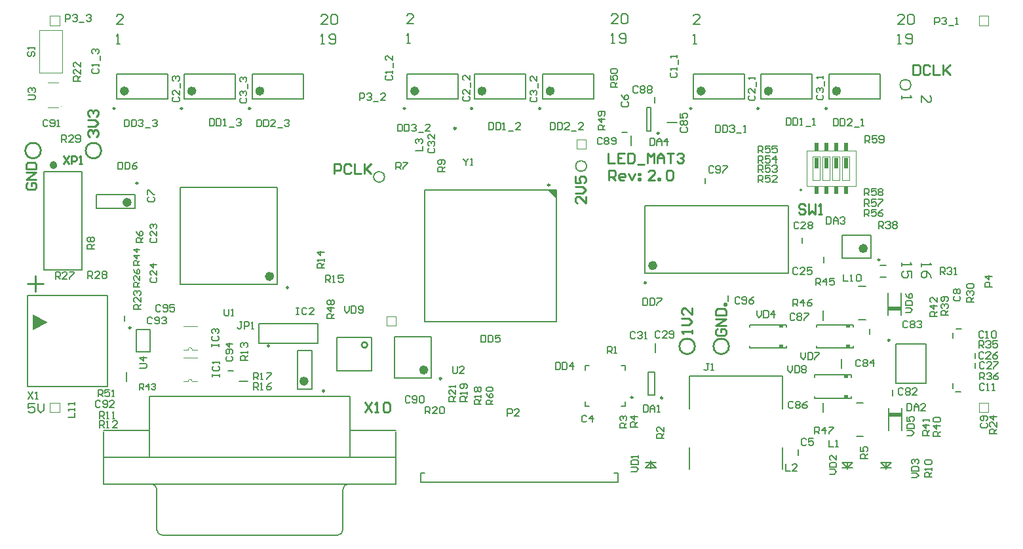
<source format=gto>
G04*
G04 #@! TF.GenerationSoftware,Altium Limited,Altium Designer,18.0.11 (651)*
G04*
G04 Layer_Color=65535*
%FSLAX42Y42*%
%MOMM*%
G71*
G01*
G75*
%ADD10C,0.15*%
%ADD11C,0.25*%
%ADD12C,0.60*%
%ADD13C,0.25*%
%ADD14C,0.10*%
%ADD15C,0.20*%
%ADD16C,0.10*%
%ADD17C,0.50*%
%ADD18C,0.30*%
%ADD19C,0.03*%
%ADD20C,0.00*%
%ADD21C,0.20*%
%ADD22C,0.23*%
%ADD23R,0.51X1.10*%
%ADD24R,0.57X1.32*%
%ADD25R,1.70X0.60*%
%ADD26R,0.58X0.30*%
G36*
X214Y2000D02*
Y2200D01*
X414Y2100D01*
X214Y2000D01*
D02*
G37*
G36*
X6980Y3710D02*
X6880Y3810D01*
X6980D01*
Y3710D01*
D02*
G37*
D10*
X7370Y4120D02*
G03*
X7370Y4120I-70J0D01*
G01*
X11560Y5170D02*
G03*
X11560Y5170I-70J0D01*
G01*
X4760Y3980D02*
G03*
X4760Y3980I-70J0D01*
G01*
X10149Y3811D02*
G03*
X10149Y3811I-13J0D01*
G01*
D11*
X8770Y1790D02*
G03*
X8770Y1790I-100J0D01*
G01*
X1100Y4320D02*
G03*
X1100Y4320I-100J0D01*
G01*
X320D02*
G03*
X320Y4320I-100J0D01*
G01*
X9210Y1790D02*
G03*
X9210Y1790I-100J0D01*
G01*
X4538Y1808D02*
G03*
X4538Y1808I-36J0D01*
G01*
X3270Y1797D02*
G03*
X3270Y1797I-10J0D01*
G01*
X150Y2600D02*
X350D01*
X250Y2500D02*
Y2700D01*
X7660Y3940D02*
Y4067D01*
X7723D01*
X7745Y4046D01*
Y4003D01*
X7723Y3982D01*
X7660D01*
X7702D02*
X7745Y3940D01*
X7850D02*
X7808D01*
X7787Y3961D01*
Y4003D01*
X7808Y4025D01*
X7850D01*
X7872Y4003D01*
Y3982D01*
X7787D01*
X7914Y4025D02*
X7956Y3940D01*
X7999Y4025D01*
X8041D02*
X8062D01*
Y4003D01*
X8041D01*
Y4025D01*
Y3961D02*
X8062D01*
Y3940D01*
X8041D01*
Y3961D01*
X8255Y3940D02*
X8170D01*
X8255Y4025D01*
Y4046D01*
X8233Y4067D01*
X8191D01*
X8170Y4046D01*
X8297Y3940D02*
Y3961D01*
X8318D01*
Y3940D01*
X8297D01*
X8403Y4046D02*
X8424Y4067D01*
X8466D01*
X8487Y4046D01*
Y3961D01*
X8466Y3940D01*
X8424D01*
X8403Y3961D01*
Y4046D01*
X7650Y4287D02*
Y4160D01*
X7735D01*
X7862Y4287D02*
X7777D01*
Y4160D01*
X7862D01*
X7777Y4223D02*
X7819D01*
X7904Y4287D02*
Y4160D01*
X7967D01*
X7989Y4181D01*
Y4266D01*
X7967Y4287D01*
X7904D01*
X8031Y4139D02*
X8116D01*
X8158Y4160D02*
Y4287D01*
X8200Y4245D01*
X8242Y4287D01*
Y4160D01*
X8285D02*
Y4245D01*
X8327Y4287D01*
X8369Y4245D01*
Y4160D01*
Y4223D01*
X8285D01*
X8412Y4287D02*
X8496D01*
X8454D01*
Y4160D01*
X8539Y4266D02*
X8560Y4287D01*
X8602D01*
X8623Y4266D01*
Y4245D01*
X8602Y4223D01*
X8581D01*
X8602D01*
X8623Y4202D01*
Y4181D01*
X8602Y4160D01*
X8560D01*
X8539Y4181D01*
X8730Y1960D02*
Y2003D01*
Y1982D01*
X8600D01*
X8622Y1960D01*
X8600Y2068D02*
X8687D01*
X8730Y2112D01*
X8687Y2155D01*
X8600D01*
X8730Y2285D02*
Y2198D01*
X8643Y2285D01*
X8622D01*
X8600Y2263D01*
Y2220D01*
X8622Y2198D01*
X9062Y2017D02*
X9040Y1995D01*
Y1952D01*
X9062Y1930D01*
X9148D01*
X9170Y1952D01*
Y1995D01*
X9148Y2017D01*
X9105D01*
Y1973D01*
X9170Y2060D02*
X9040D01*
X9170Y2147D01*
X9040D01*
Y2190D02*
X9170D01*
Y2255D01*
X9148Y2277D01*
X9062D01*
X9040Y2255D01*
Y2190D01*
X9170Y2320D02*
X9148D01*
Y2342D01*
X9170D01*
Y2320D01*
X7360Y3727D02*
Y3640D01*
X7273Y3727D01*
X7252D01*
X7230Y3705D01*
Y3662D01*
X7252Y3640D01*
X7230Y3770D02*
X7317D01*
X7360Y3813D01*
X7317Y3857D01*
X7230D01*
Y3987D02*
Y3900D01*
X7295D01*
X7273Y3943D01*
Y3965D01*
X7295Y3987D01*
X7338D01*
X7360Y3965D01*
Y3922D01*
X7338Y3900D01*
X952Y4500D02*
X930Y4522D01*
Y4565D01*
X952Y4587D01*
X973D01*
X995Y4565D01*
Y4543D01*
Y4565D01*
X1017Y4587D01*
X1038D01*
X1060Y4565D01*
Y4522D01*
X1038Y4500D01*
X930Y4630D02*
X1017D01*
X1060Y4673D01*
X1017Y4717D01*
X930D01*
X952Y4760D02*
X930Y4782D01*
Y4825D01*
X952Y4847D01*
X973D01*
X995Y4825D01*
Y4803D01*
Y4825D01*
X1017Y4847D01*
X1038D01*
X1060Y4825D01*
Y4782D01*
X1038Y4760D01*
X152Y3907D02*
X130Y3885D01*
Y3842D01*
X152Y3820D01*
X238D01*
X260Y3842D01*
Y3885D01*
X238Y3907D01*
X195D01*
Y3863D01*
X260Y3950D02*
X130D01*
X260Y4037D01*
X130D01*
Y4080D02*
X260D01*
Y4145D01*
X238Y4167D01*
X152D01*
X130Y4145D01*
Y4080D01*
X11590Y5430D02*
Y5300D01*
X11655D01*
X11677Y5322D01*
Y5408D01*
X11655Y5430D01*
X11590D01*
X11807Y5408D02*
X11785Y5430D01*
X11742D01*
X11720Y5408D01*
Y5322D01*
X11742Y5300D01*
X11785D01*
X11807Y5322D01*
X11850Y5430D02*
Y5300D01*
X11937D01*
X11980Y5430D02*
Y5300D01*
Y5343D01*
X12067Y5430D01*
X12002Y5365D01*
X12067Y5300D01*
X4110Y4020D02*
Y4150D01*
X4175D01*
X4197Y4128D01*
Y4085D01*
X4175Y4063D01*
X4110D01*
X4327Y4128D02*
X4305Y4150D01*
X4262D01*
X4240Y4128D01*
Y4042D01*
X4262Y4020D01*
X4305D01*
X4327Y4042D01*
X4370Y4150D02*
Y4020D01*
X4457D01*
X4500Y4150D02*
Y4020D01*
Y4063D01*
X4587Y4150D01*
X4522Y4085D01*
X4587Y4020D01*
X10197Y3608D02*
X10175Y3630D01*
X10132D01*
X10110Y3608D01*
Y3587D01*
X10132Y3565D01*
X10175D01*
X10197Y3543D01*
Y3522D01*
X10175Y3500D01*
X10132D01*
X10110Y3522D01*
X10240Y3630D02*
Y3500D01*
X10283Y3543D01*
X10327Y3500D01*
Y3630D01*
X10370Y3500D02*
X10413D01*
X10392D01*
Y3630D01*
X10370Y3608D01*
X4510Y1067D02*
X4595Y940D01*
Y1067D02*
X4510Y940D01*
X4637D02*
X4679D01*
X4658D01*
Y1067D01*
X4637Y1046D01*
X4743D02*
X4764Y1067D01*
X4806D01*
X4827Y1046D01*
Y961D01*
X4806Y940D01*
X4764D01*
X4743Y961D01*
Y1046D01*
D12*
X1430Y5090D02*
G03*
X1430Y5090I-30J0D01*
G01*
X3180Y5090D02*
G03*
X3180Y5090I-30J0D01*
G01*
X2300D02*
G03*
X2300Y5090I-30J0D01*
G01*
X8880D02*
G03*
X8880Y5090I-30J0D01*
G01*
X10630D02*
G03*
X10630Y5090I-30J0D01*
G01*
X9750D02*
G03*
X9750Y5090I-30J0D01*
G01*
X8255Y2835D02*
G03*
X8255Y2835I-30J0D01*
G01*
X5297Y1485D02*
G03*
X5297Y1485I-30J0D01*
G01*
X10975Y3055D02*
G03*
X10975Y3055I-30J0D01*
G01*
X3750Y1340D02*
G03*
X3750Y1340I-30J0D01*
G01*
X3305Y2695D02*
G03*
X3305Y2695I-30J0D01*
G01*
X5180Y5090D02*
G03*
X5180Y5090I-30J0D01*
G01*
X6050D02*
G03*
X6050Y5090I-30J0D01*
G01*
X1464Y3650D02*
G03*
X1464Y3650I-30J0D01*
G01*
X6930Y5090D02*
G03*
X6930Y5090I-30J0D01*
G01*
D13*
X1277Y4865D02*
G03*
X1277Y4865I-12J0D01*
G01*
X3027Y4865D02*
G03*
X3027Y4865I-12J0D01*
G01*
X2148D02*
G03*
X2148Y4865I-12J0D01*
G01*
X8728D02*
G03*
X8728Y4865I-12J0D01*
G01*
X10477D02*
G03*
X10477Y4865I-12J0D01*
G01*
X9597D02*
G03*
X9597Y4865I-12J0D01*
G01*
X1482Y2030D02*
G03*
X1482Y2030I-12J0D01*
G01*
X8307Y4545D02*
G03*
X8307Y4545I-12J0D01*
G01*
X8140Y2612D02*
G03*
X8140Y2612I-12J0D01*
G01*
X5495Y1374D02*
G03*
X5495Y1374I-12J0D01*
G01*
X11157Y2910D02*
G03*
X11157Y2910I-12J0D01*
G01*
X11288Y1870D02*
G03*
X11288Y1870I-12J0D01*
G01*
X8353Y1125D02*
G03*
X8353Y1125I-12J0D01*
G01*
X7968Y1130D02*
G03*
X7968Y1130I-12J0D01*
G01*
X6893Y3875D02*
G03*
X6893Y3875I-12J0D01*
G01*
X3983Y1215D02*
G03*
X3983Y1215I-12J0D01*
G01*
X3517Y2550D02*
G03*
X3517Y2550I-12J0D01*
G01*
X5028Y4865D02*
G03*
X5028Y4865I-12J0D01*
G01*
X5897D02*
G03*
X5897Y4865I-12J0D01*
G01*
X1572Y3900D02*
G03*
X1572Y3900I-12J0D01*
G01*
X6777Y4865D02*
G03*
X6777Y4865I-12J0D01*
G01*
D14*
X2275Y1338D02*
G03*
X2225Y1338I-25J0D01*
G01*
X2275Y1748D02*
G03*
X2225Y1748I-25J0D01*
G01*
X10674Y4241D02*
X10768D01*
Y3939D02*
Y4241D01*
X10673Y3939D02*
X10768D01*
X10673D02*
X10674Y4241D01*
X10547D02*
X10641D01*
Y3939D02*
Y4241D01*
X10847Y3865D02*
Y4315D01*
X10546Y3939D02*
X10641D01*
X10546D02*
X10547Y4241D01*
X10514Y3939D02*
Y4241D01*
X10213Y4315D02*
X10847Y4315D01*
X10420Y4241D02*
X10514D01*
X10419Y3939D02*
X10420Y4241D01*
X10387Y3939D02*
Y4241D01*
X10293D02*
X10387D01*
X10292Y3939D02*
X10387D01*
X10419D02*
X10514D01*
X10213Y3865D02*
X10847D01*
X10292Y3939D02*
X10293Y4241D01*
X10213Y3865D02*
Y4315D01*
X2275Y1338D02*
X2338D01*
X2162Y1642D02*
X2338D01*
X2162Y1338D02*
X2225D01*
X2275Y1748D02*
X2338D01*
X2162Y2052D02*
X2338D01*
X2162Y1748D02*
X2225D01*
X4790Y2180D02*
X4910D01*
X4790Y2060D02*
Y2180D01*
Y2060D02*
X4910D01*
Y2180D01*
X7240Y4460D02*
X7360D01*
X7240Y4340D02*
Y4460D01*
Y4340D02*
X7360D01*
Y4460D01*
X560Y940D02*
Y1060D01*
X440Y940D02*
X560D01*
X440D02*
Y1060D01*
X560D01*
Y5940D02*
Y6060D01*
X440Y5940D02*
X560D01*
X440D02*
Y6060D01*
X560D01*
X12440D02*
X12560D01*
X12440Y5940D02*
Y6060D01*
Y5940D02*
X12560D01*
Y6060D01*
X12440Y1060D02*
X12560D01*
X12440Y940D02*
Y1060D01*
Y940D02*
X12560D01*
Y1060D01*
X410Y5200D02*
X550D01*
X410Y4880D02*
X550D01*
D15*
X1820Y-581D02*
G03*
X1890Y-650I69J0D01*
G01*
X1819Y-59D02*
G03*
X1749Y11I-69J0D01*
G01*
X4153Y-650D02*
G03*
X4222Y-581I0J69D01*
G01*
X4293Y11D02*
G03*
X4224Y-59I0J-69D01*
G01*
X9195Y2445D02*
X9195Y2375D01*
X1960Y4990D02*
Y5310D01*
X1300Y4990D02*
X1960D01*
X1300Y5310D02*
X1960Y5310D01*
X1300Y4990D02*
Y5310D01*
X3710Y4990D02*
Y5310D01*
X3050Y4990D02*
X3710D01*
X3050Y5310D02*
X3710Y5310D01*
X3050Y4990D02*
Y5310D01*
X2830Y4990D02*
Y5310D01*
X2170Y4990D02*
X2830D01*
X2170Y5310D02*
X2830Y5310D01*
X2170Y4990D02*
Y5310D01*
X9410Y4990D02*
Y5310D01*
X8750Y4990D02*
X9410D01*
X8750Y5310D02*
X9410D01*
X8750Y4990D02*
Y5310D01*
X11160Y4990D02*
Y5310D01*
X10500Y4990D02*
X11160D01*
X10500Y5310D02*
X11160D01*
X10500Y4990D02*
Y5310D01*
X10280Y4990D02*
Y5310D01*
X9620Y4990D02*
X10280D01*
X9620Y5310D02*
X10280D01*
X9620Y4990D02*
Y5310D01*
X1551Y1720D02*
X1551Y2010D01*
X1729Y2010D02*
X1729Y1720D01*
X1551Y2010D02*
X1729Y2010D01*
X1551Y1720D02*
X1729Y1720D01*
X4595Y1470D02*
Y1908D01*
X4145Y1470D02*
X4595D01*
X4145D02*
Y1908D01*
X4595D01*
X11160Y2835D02*
X11240D01*
X11160Y2685D02*
X11240D01*
X10435Y2875D02*
Y2945D01*
X7825Y4555D02*
X7895D01*
X1130Y360D02*
X4910D01*
X4313D02*
Y1141D01*
X1727Y360D02*
Y1141D01*
X1130Y700D02*
X1727D01*
X4313D02*
X4910D01*
X1727Y1140D02*
X4313D01*
X1130Y10D02*
X4910D01*
X1818Y-580D02*
Y-60D01*
X4222Y-580D02*
Y-59D01*
X1890Y-650D02*
X4154D01*
X4910Y10D02*
Y690D01*
X1130Y10D02*
Y690D01*
X8150Y4570D02*
X8200D01*
X8150Y4880D02*
X8200D01*
Y4570D02*
Y4880D01*
X8150Y4570D02*
Y4880D01*
X11025Y1945D02*
Y2015D01*
X11325Y1155D02*
Y1225D01*
X10155Y3125D02*
Y3195D01*
X2735Y1475D02*
X2805D01*
X1405Y2115D02*
Y2185D01*
X8125Y2735D02*
X9975D01*
X8125Y3605D02*
X9975D01*
X8125Y2735D02*
Y3605D01*
X9975Y2735D02*
Y3605D01*
X4892Y1915D02*
X5367D01*
X4892Y1385D02*
X5367D01*
X4892D02*
Y1915D01*
X5367Y1385D02*
Y1915D01*
X3133Y1833D02*
Y2087D01*
X3895Y2087D01*
X3133Y1833D02*
X3895Y1833D01*
Y2087D01*
X149Y2448D02*
X1180D01*
Y1272D02*
Y2448D01*
X149Y1272D02*
X1180D01*
X149D02*
Y2448D01*
X11275Y705D02*
Y995D01*
X11445Y705D02*
Y995D01*
X9480Y1770D02*
X9955Y1770D01*
X9955Y2070D02*
X9955Y2070D01*
X9480Y2070D02*
X9955Y2070D01*
X9480Y1770D02*
Y1798D01*
Y1770D02*
X9955Y1770D01*
Y1798D01*
Y2042D02*
Y2070D01*
X9480Y2070D02*
X9955Y2070D01*
X9480Y2070D02*
X9480Y2070D01*
X9480Y2042D02*
Y2070D01*
X10675Y3230D02*
X11045Y3230D01*
X10675Y2930D02*
X11045Y2930D01*
X10675Y3230D02*
X10675Y2930D01*
X11045Y2930D02*
X11045Y3230D01*
X11368Y1315D02*
Y1825D01*
X11753Y1315D02*
Y1825D01*
X11368D02*
X11753D01*
X11368Y1315D02*
X11753D01*
X12395Y1505D02*
Y1575D01*
X8260Y1710D02*
Y1830D01*
X8165Y1160D02*
X8255D01*
X8165Y1460D02*
X8255D01*
Y1160D02*
Y1460D01*
X8165Y1160D02*
Y1460D01*
X7870Y1020D02*
Y1075D01*
X7815Y1020D02*
X7870D01*
Y1485D02*
Y1540D01*
X7815D02*
X7870D01*
X7350Y1485D02*
Y1540D01*
X7405D01*
X7350Y1020D02*
Y1075D01*
Y1020D02*
X7405D01*
X6880Y3810D02*
X6980Y3710D01*
X5280Y3810D02*
X6980D01*
X5280Y2110D02*
X6980D01*
Y3810D01*
X5280Y2110D02*
Y3810D01*
X3640Y1740D02*
X3820D01*
X3640Y1240D02*
X3820D01*
X3640D02*
Y1740D01*
X3820Y1240D02*
Y1740D01*
X8700Y1406D02*
X9900D01*
Y985D02*
Y1406D01*
X8700Y985D02*
Y1406D01*
X9900Y206D02*
Y486D01*
X8700Y206D02*
Y486D01*
X10855Y625D02*
X10945D01*
X10855Y1055D02*
X10945D01*
X5230Y38D02*
X7780D01*
X5230D02*
Y150D01*
X5280D01*
X7780Y38D02*
Y150D01*
X7730D02*
X7780D01*
X2885Y1340D02*
X2995D01*
X2125Y3845D02*
X3375D01*
X2125Y2590D02*
X3375D01*
X2125Y2595D02*
Y3845D01*
X3375Y2595D02*
Y3845D01*
X8200Y210D02*
Y310D01*
X8130Y292D02*
X8270D01*
X8130Y222D02*
X8200Y292D01*
X8270Y222D01*
X8130D02*
X8270D01*
X854Y2774D02*
Y4046D01*
X358Y4046D02*
X854D01*
X358Y2774D02*
Y4046D01*
Y2774D02*
X854D01*
X10430Y940D02*
Y1060D01*
X10320Y1120D02*
X10795Y1120D01*
X10795Y1420D02*
X10795Y1420D01*
X10320Y1420D02*
X10795Y1420D01*
X10320Y1120D02*
Y1148D01*
Y1120D02*
X10795Y1120D01*
Y1148D01*
Y1392D02*
Y1420D01*
X10320Y1420D02*
X10795Y1420D01*
X10320Y1420D02*
X10320Y1420D01*
X10320Y1392D02*
Y1420D01*
X10660Y1510D02*
Y1630D01*
X10340Y1770D02*
X10815Y1770D01*
X10815Y2070D02*
X10815Y2070D01*
X10340Y2070D02*
X10815Y2070D01*
X10340Y1770D02*
Y1798D01*
Y1770D02*
X10815Y1770D01*
Y1798D01*
Y2042D02*
Y2070D01*
X10340Y2070D02*
X10815Y2070D01*
X10340Y2070D02*
X10340Y2070D01*
X10340Y2042D02*
Y2070D01*
X10430Y2130D02*
Y2250D01*
X10885Y2135D02*
X10975D01*
X10885Y2565D02*
X10975D01*
X11435Y2195D02*
Y2485D01*
X11265Y2195D02*
Y2485D01*
X12135Y1205D02*
X12205D01*
X12105Y1245D02*
Y1315D01*
X12395Y1635D02*
Y1705D01*
X12105Y1895D02*
Y1965D01*
X12145Y2015D02*
X12215D01*
X11240Y200D02*
Y300D01*
X11170Y217D02*
X11310D01*
X11240Y217D02*
X11310Y288D01*
X11170D02*
X11240Y217D01*
X11170Y288D02*
X11310D01*
X10740Y200D02*
Y300D01*
X10670Y217D02*
X10810D01*
X10740Y217D02*
X10810Y288D01*
X10670D02*
X10740Y217D01*
X10670Y288D02*
X10810D01*
X10105Y385D02*
Y455D01*
X8905Y3965D02*
X8905Y3895D01*
X8415Y4685D02*
X8535D01*
X8250Y4940D02*
Y5010D01*
X7950Y4390D02*
Y4510D01*
X5710Y4990D02*
Y5310D01*
X5050Y4990D02*
Y5310D01*
X5710Y5310D01*
X5050Y4990D02*
X5710D01*
X6580D02*
Y5310D01*
X5920Y4990D02*
Y5310D01*
X6580Y5310D01*
X5920Y4990D02*
X6580D01*
X1034Y3750D02*
X1534Y3750D01*
X1034Y3570D02*
X1534D01*
X1534Y3750D01*
X1034Y3570D02*
Y3750D01*
X1430Y1340D02*
Y1460D01*
X7460Y4990D02*
Y5310D01*
X6800Y4990D02*
Y5310D01*
X7460Y5310D01*
X6800Y4990D02*
X7460D01*
X240Y1050D02*
X160D01*
Y990D01*
X200Y1010D01*
X220D01*
X240Y990D01*
Y950D01*
X220Y930D01*
X180D01*
X160Y950D01*
X280Y1050D02*
Y970D01*
X320Y930D01*
X360Y970D01*
Y1050D01*
X1600Y1510D02*
X1675D01*
X1690Y1525D01*
Y1555D01*
X1675Y1570D01*
X1600D01*
X1690Y1645D02*
X1600D01*
X1645Y1600D01*
Y1660D01*
X10970Y4420D02*
Y4510D01*
X11015D01*
X11030Y4495D01*
Y4465D01*
X11015Y4450D01*
X10970D01*
X11000D02*
X11030Y4420D01*
X11120Y4510D02*
X11060D01*
Y4465D01*
X11090Y4480D01*
X11105D01*
X11120Y4465D01*
Y4435D01*
X11105Y4420D01*
X11075D01*
X11060Y4435D01*
X11150D02*
X11165Y4420D01*
X11195D01*
X11210Y4435D01*
Y4495D01*
X11195Y4510D01*
X11165D01*
X11150Y4495D01*
Y4480D01*
X11165Y4465D01*
X11210D01*
X10960Y3740D02*
Y3830D01*
X11005D01*
X11020Y3815D01*
Y3785D01*
X11005Y3770D01*
X10960D01*
X10990D02*
X11020Y3740D01*
X11110Y3830D02*
X11050D01*
Y3785D01*
X11080Y3800D01*
X11095D01*
X11110Y3785D01*
Y3755D01*
X11095Y3740D01*
X11065D01*
X11050Y3755D01*
X11140Y3815D02*
X11155Y3830D01*
X11185D01*
X11200Y3815D01*
Y3800D01*
X11185Y3785D01*
X11200Y3770D01*
Y3755D01*
X11185Y3740D01*
X11155D01*
X11140Y3755D01*
Y3770D01*
X11155Y3785D01*
X11140Y3800D01*
Y3815D01*
X11155Y3785D02*
X11185D01*
X10960Y3600D02*
Y3690D01*
X11005D01*
X11020Y3675D01*
Y3645D01*
X11005Y3630D01*
X10960D01*
X10990D02*
X11020Y3600D01*
X11110Y3690D02*
X11050D01*
Y3645D01*
X11080Y3660D01*
X11095D01*
X11110Y3645D01*
Y3615D01*
X11095Y3600D01*
X11065D01*
X11050Y3615D01*
X11140Y3690D02*
X11200D01*
Y3675D01*
X11140Y3615D01*
Y3600D01*
X10960Y3470D02*
Y3560D01*
X11005D01*
X11020Y3545D01*
Y3515D01*
X11005Y3500D01*
X10960D01*
X10990D02*
X11020Y3470D01*
X11110Y3560D02*
X11050D01*
Y3515D01*
X11080Y3530D01*
X11095D01*
X11110Y3515D01*
Y3485D01*
X11095Y3470D01*
X11065D01*
X11050Y3485D01*
X11200Y3560D02*
X11170Y3545D01*
X11140Y3515D01*
Y3485D01*
X11155Y3470D01*
X11185D01*
X11200Y3485D01*
Y3500D01*
X11185Y3515D01*
X11140D01*
X9590Y4290D02*
Y4380D01*
X9635D01*
X9650Y4365D01*
Y4335D01*
X9635Y4320D01*
X9590D01*
X9620D02*
X9650Y4290D01*
X9740Y4380D02*
X9680D01*
Y4335D01*
X9710Y4350D01*
X9725D01*
X9740Y4335D01*
Y4305D01*
X9725Y4290D01*
X9695D01*
X9680Y4305D01*
X9830Y4380D02*
X9770D01*
Y4335D01*
X9800Y4350D01*
X9815D01*
X9830Y4335D01*
Y4305D01*
X9815Y4290D01*
X9785D01*
X9770Y4305D01*
X9590Y4160D02*
Y4250D01*
X9635D01*
X9650Y4235D01*
Y4205D01*
X9635Y4190D01*
X9590D01*
X9620D02*
X9650Y4160D01*
X9740Y4250D02*
X9680D01*
Y4205D01*
X9710Y4220D01*
X9725D01*
X9740Y4205D01*
Y4175D01*
X9725Y4160D01*
X9695D01*
X9680Y4175D01*
X9815Y4160D02*
Y4250D01*
X9770Y4205D01*
X9830D01*
X9590Y4040D02*
Y4130D01*
X9635D01*
X9650Y4115D01*
Y4085D01*
X9635Y4070D01*
X9590D01*
X9620D02*
X9650Y4040D01*
X9740Y4130D02*
X9680D01*
Y4085D01*
X9710Y4100D01*
X9725D01*
X9740Y4085D01*
Y4055D01*
X9725Y4040D01*
X9695D01*
X9680Y4055D01*
X9770Y4115D02*
X9785Y4130D01*
X9815D01*
X9830Y4115D01*
Y4100D01*
X9815Y4085D01*
X9800D01*
X9815D01*
X9830Y4070D01*
Y4055D01*
X9815Y4040D01*
X9785D01*
X9770Y4055D01*
X9590Y3910D02*
Y4000D01*
X9635D01*
X9650Y3985D01*
Y3955D01*
X9635Y3940D01*
X9590D01*
X9620D02*
X9650Y3910D01*
X9740Y4000D02*
X9680D01*
Y3955D01*
X9710Y3970D01*
X9725D01*
X9740Y3955D01*
Y3925D01*
X9725Y3910D01*
X9695D01*
X9680Y3925D01*
X9830Y3910D02*
X9770D01*
X9830Y3970D01*
Y3985D01*
X9815Y4000D01*
X9785D01*
X9770Y3985D01*
X1060Y1140D02*
Y1230D01*
X1105D01*
X1120Y1215D01*
Y1185D01*
X1105Y1170D01*
X1060D01*
X1090D02*
X1120Y1140D01*
X1210Y1230D02*
X1150D01*
Y1185D01*
X1180Y1200D01*
X1195D01*
X1210Y1185D01*
Y1155D01*
X1195Y1140D01*
X1165D01*
X1150Y1155D01*
X1240Y1140D02*
X1270D01*
X1255D01*
Y1230D01*
X1240Y1215D01*
X1080Y740D02*
Y830D01*
X1125D01*
X1140Y815D01*
Y785D01*
X1125Y770D01*
X1080D01*
X1110D02*
X1140Y740D01*
X1170D02*
X1200D01*
X1185D01*
Y830D01*
X1170Y815D01*
X1305Y740D02*
X1245D01*
X1305Y800D01*
Y815D01*
X1290Y830D01*
X1260D01*
X1245Y815D01*
X1080Y860D02*
Y950D01*
X1125D01*
X1140Y935D01*
Y905D01*
X1125Y890D01*
X1080D01*
X1110D02*
X1140Y860D01*
X1170D02*
X1200D01*
X1185D01*
Y950D01*
X1170Y935D01*
X1245Y860D02*
X1275D01*
X1260D01*
Y950D01*
X1245Y935D01*
X2530Y1790D02*
Y1820D01*
Y1805D01*
X2620D01*
Y1790D01*
Y1820D01*
X2545Y1925D02*
X2530Y1910D01*
Y1880D01*
X2545Y1865D01*
X2605D01*
X2620Y1880D01*
Y1910D01*
X2605Y1925D01*
X2545Y1955D02*
X2530Y1970D01*
Y2000D01*
X2545Y2015D01*
X2560D01*
X2575Y2000D01*
Y1985D01*
Y2000D01*
X2590Y2015D01*
X2605D01*
X2620Y2000D01*
Y1970D01*
X2605Y1955D01*
X2540Y1400D02*
Y1430D01*
Y1415D01*
X2630D01*
Y1400D01*
Y1430D01*
X2555Y1535D02*
X2540Y1520D01*
Y1490D01*
X2555Y1475D01*
X2615D01*
X2630Y1490D01*
Y1520D01*
X2615Y1535D01*
X2630Y1565D02*
Y1595D01*
Y1580D01*
X2540D01*
X2555Y1565D01*
X4243Y2310D02*
Y2250D01*
X4273Y2220D01*
X4303Y2250D01*
Y2310D01*
X4333D02*
Y2220D01*
X4378D01*
X4393Y2235D01*
Y2295D01*
X4378Y2310D01*
X4333D01*
X4423Y2235D02*
X4438Y2220D01*
X4468D01*
X4483Y2235D01*
Y2295D01*
X4468Y2310D01*
X4438D01*
X4423Y2295D01*
Y2280D01*
X4438Y2265D01*
X4483D01*
X7770Y5140D02*
X7680D01*
Y5185D01*
X7695Y5200D01*
X7725D01*
X7740Y5185D01*
Y5140D01*
Y5170D02*
X7770Y5200D01*
X7680Y5290D02*
Y5230D01*
X7725D01*
X7710Y5260D01*
Y5275D01*
X7725Y5290D01*
X7755D01*
X7770Y5275D01*
Y5245D01*
X7755Y5230D01*
X7695Y5320D02*
X7680Y5335D01*
Y5365D01*
X7695Y5380D01*
X7755D01*
X7770Y5365D01*
Y5335D01*
X7755Y5320D01*
X7695D01*
X7610Y4590D02*
X7520D01*
Y4635D01*
X7535Y4650D01*
X7565D01*
X7580Y4635D01*
Y4590D01*
Y4620D02*
X7610Y4650D01*
Y4725D02*
X7520D01*
X7565Y4680D01*
Y4740D01*
X7595Y4770D02*
X7610Y4785D01*
Y4815D01*
X7595Y4830D01*
X7535D01*
X7520Y4815D01*
Y4785D01*
X7535Y4770D01*
X7550D01*
X7565Y4785D01*
Y4830D01*
X4110Y2150D02*
X4020D01*
Y2195D01*
X4035Y2210D01*
X4065D01*
X4080Y2195D01*
Y2150D01*
Y2180D02*
X4110Y2210D01*
Y2285D02*
X4020D01*
X4065Y2240D01*
Y2300D01*
X4035Y2330D02*
X4020Y2345D01*
Y2375D01*
X4035Y2390D01*
X4050D01*
X4065Y2375D01*
X4080Y2390D01*
X4095D01*
X4110Y2375D01*
Y2345D01*
X4095Y2330D01*
X4080D01*
X4065Y2345D01*
X4050Y2330D01*
X4035D01*
X4065Y2345D02*
Y2375D01*
X10320Y660D02*
Y750D01*
X10365D01*
X10380Y735D01*
Y705D01*
X10365Y690D01*
X10320D01*
X10350D02*
X10380Y660D01*
X10455D02*
Y750D01*
X10410Y705D01*
X10470D01*
X10500Y750D02*
X10560D01*
Y735D01*
X10500Y675D01*
Y660D01*
X10040Y2310D02*
Y2400D01*
X10085D01*
X10100Y2385D01*
Y2355D01*
X10085Y2340D01*
X10040D01*
X10070D02*
X10100Y2310D01*
X10175D02*
Y2400D01*
X10130Y2355D01*
X10190D01*
X10280Y2400D02*
X10250Y2385D01*
X10220Y2355D01*
Y2325D01*
X10235Y2310D01*
X10265D01*
X10280Y2325D01*
Y2340D01*
X10265Y2355D01*
X10220D01*
X10330Y2580D02*
Y2670D01*
X10375D01*
X10390Y2655D01*
Y2625D01*
X10375Y2610D01*
X10330D01*
X10360D02*
X10390Y2580D01*
X10465D02*
Y2670D01*
X10420Y2625D01*
X10480D01*
X10570Y2670D02*
X10510D01*
Y2625D01*
X10540Y2640D01*
X10555D01*
X10570Y2625D01*
Y2595D01*
X10555Y2580D01*
X10525D01*
X10510Y2595D01*
X11940Y2720D02*
Y2810D01*
X11985D01*
X12000Y2795D01*
Y2765D01*
X11985Y2750D01*
X11940D01*
X11970D02*
X12000Y2720D01*
X12030Y2795D02*
X12045Y2810D01*
X12075D01*
X12090Y2795D01*
Y2780D01*
X12075Y2765D01*
X12060D01*
X12075D01*
X12090Y2750D01*
Y2735D01*
X12075Y2720D01*
X12045D01*
X12030Y2735D01*
X12120Y2720D02*
X12150D01*
X12135D01*
Y2810D01*
X12120Y2795D01*
X1402Y4720D02*
Y4630D01*
X1447D01*
X1462Y4645D01*
Y4705D01*
X1447Y4720D01*
X1402D01*
X1492D02*
Y4630D01*
X1537D01*
X1552Y4645D01*
Y4705D01*
X1537Y4720D01*
X1492D01*
X1582Y4705D02*
X1597Y4720D01*
X1627D01*
X1642Y4705D01*
Y4690D01*
X1627Y4675D01*
X1612D01*
X1627D01*
X1642Y4660D01*
Y4645D01*
X1627Y4630D01*
X1597D01*
X1582Y4645D01*
X1672Y4615D02*
X1732D01*
X1762Y4705D02*
X1777Y4720D01*
X1807D01*
X1822Y4705D01*
Y4690D01*
X1807Y4675D01*
X1792D01*
X1807D01*
X1822Y4660D01*
Y4645D01*
X1807Y4630D01*
X1777D01*
X1762Y4645D01*
X5781Y4220D02*
Y4205D01*
X5811Y4175D01*
X5841Y4205D01*
Y4220D01*
X5811Y4175D02*
Y4130D01*
X5871D02*
X5901D01*
X5886D01*
Y4220D01*
X5871Y4205D01*
X7950Y173D02*
X8010D01*
X8040Y202D01*
X8010Y232D01*
X7950D01*
Y262D02*
X8040D01*
Y307D01*
X8025Y322D01*
X7965D01*
X7950Y307D01*
Y262D01*
X8040Y352D02*
Y382D01*
Y367D01*
X7950D01*
X7965Y352D01*
X2690Y2274D02*
Y2199D01*
X2705Y2184D01*
X2735D01*
X2750Y2199D01*
Y2274D01*
X2780Y2184D02*
X2810D01*
X2795D01*
Y2274D01*
X2780Y2259D01*
X12370Y2360D02*
X12280D01*
Y2405D01*
X12295Y2420D01*
X12325D01*
X12340Y2405D01*
Y2360D01*
Y2390D02*
X12370Y2420D01*
X12295Y2450D02*
X12280Y2465D01*
Y2495D01*
X12295Y2510D01*
X12310D01*
X12325Y2495D01*
Y2480D01*
Y2495D01*
X12340Y2510D01*
X12355D01*
X12370Y2495D01*
Y2465D01*
X12355Y2450D01*
X12295Y2540D02*
X12280Y2555D01*
Y2585D01*
X12295Y2600D01*
X12355D01*
X12370Y2585D01*
Y2555D01*
X12355Y2540D01*
X12295D01*
X590Y4430D02*
Y4520D01*
X635D01*
X650Y4505D01*
Y4475D01*
X635Y4460D01*
X590D01*
X620D02*
X650Y4430D01*
X740D02*
X680D01*
X740Y4490D01*
Y4505D01*
X725Y4520D01*
X695D01*
X680Y4505D01*
X770Y4445D02*
X785Y4430D01*
X815D01*
X830Y4445D01*
Y4505D01*
X815Y4520D01*
X785D01*
X770Y4505D01*
Y4490D01*
X785Y4475D01*
X830D01*
X930Y2670D02*
Y2760D01*
X975D01*
X990Y2745D01*
Y2715D01*
X975Y2700D01*
X930D01*
X960D02*
X990Y2670D01*
X1080D02*
X1020D01*
X1080Y2730D01*
Y2745D01*
X1065Y2760D01*
X1035D01*
X1020Y2745D01*
X1110D02*
X1125Y2760D01*
X1155D01*
X1170Y2745D01*
Y2730D01*
X1155Y2715D01*
X1170Y2700D01*
Y2685D01*
X1155Y2670D01*
X1125D01*
X1110Y2685D01*
Y2700D01*
X1125Y2715D01*
X1110Y2730D01*
Y2745D01*
X1125Y2715D02*
X1155D01*
X510Y2660D02*
Y2750D01*
X555D01*
X570Y2735D01*
Y2705D01*
X555Y2690D01*
X510D01*
X540D02*
X570Y2660D01*
X660D02*
X600D01*
X660Y2720D01*
Y2735D01*
X645Y2750D01*
X615D01*
X600Y2735D01*
X690Y2750D02*
X750D01*
Y2735D01*
X690Y2675D01*
Y2660D01*
X1600Y2560D02*
X1516D01*
Y2602D01*
X1530Y2616D01*
X1558D01*
X1572Y2602D01*
Y2560D01*
Y2588D02*
X1600Y2616D01*
Y2700D02*
Y2644D01*
X1544Y2700D01*
X1530D01*
X1516Y2686D01*
Y2658D01*
X1530Y2644D01*
X1516Y2783D02*
X1530Y2756D01*
X1558Y2728D01*
X1586D01*
X1600Y2742D01*
Y2769D01*
X1586Y2783D01*
X1572D01*
X1558Y2769D01*
Y2728D01*
X12670Y660D02*
X12580D01*
Y705D01*
X12595Y720D01*
X12625D01*
X12640Y705D01*
Y660D01*
Y690D02*
X12670Y720D01*
Y810D02*
Y750D01*
X12610Y810D01*
X12595D01*
X12580Y795D01*
Y765D01*
X12595Y750D01*
X12670Y885D02*
X12580D01*
X12625Y840D01*
Y900D01*
X1610Y2270D02*
X1520D01*
Y2315D01*
X1535Y2330D01*
X1565D01*
X1580Y2315D01*
Y2270D01*
Y2300D02*
X1610Y2330D01*
Y2420D02*
Y2360D01*
X1550Y2420D01*
X1535D01*
X1520Y2405D01*
Y2375D01*
X1535Y2360D01*
Y2450D02*
X1520Y2465D01*
Y2495D01*
X1535Y2510D01*
X1550D01*
X1565Y2495D01*
Y2480D01*
Y2495D01*
X1580Y2510D01*
X1595D01*
X1610Y2495D01*
Y2465D01*
X1595Y2450D01*
X830Y5220D02*
X740D01*
Y5265D01*
X755Y5280D01*
X785D01*
X800Y5265D01*
Y5220D01*
Y5250D02*
X830Y5280D01*
Y5370D02*
Y5310D01*
X770Y5370D01*
X755D01*
X740Y5355D01*
Y5325D01*
X755Y5310D01*
X830Y5460D02*
Y5400D01*
X770Y5460D01*
X755D01*
X740Y5445D01*
Y5415D01*
X755Y5400D01*
X5680Y1080D02*
X5590D01*
Y1125D01*
X5605Y1140D01*
X5635D01*
X5650Y1125D01*
Y1080D01*
Y1110D02*
X5680Y1140D01*
Y1230D02*
Y1170D01*
X5620Y1230D01*
X5605D01*
X5590Y1215D01*
Y1185D01*
X5605Y1170D01*
X5680Y1260D02*
Y1290D01*
Y1275D01*
X5590D01*
X5605Y1260D01*
X5290Y920D02*
Y1010D01*
X5335D01*
X5350Y995D01*
Y965D01*
X5335Y950D01*
X5290D01*
X5320D02*
X5350Y920D01*
X5440D02*
X5380D01*
X5440Y980D01*
Y995D01*
X5425Y1010D01*
X5395D01*
X5380Y995D01*
X5470D02*
X5485Y1010D01*
X5515D01*
X5530Y995D01*
Y935D01*
X5515Y920D01*
X5485D01*
X5470Y935D01*
Y995D01*
X5830Y1080D02*
X5740D01*
Y1125D01*
X5755Y1140D01*
X5785D01*
X5800Y1125D01*
Y1080D01*
Y1110D02*
X5830Y1140D01*
Y1170D02*
Y1200D01*
Y1185D01*
X5740D01*
X5755Y1170D01*
X5815Y1245D02*
X5830Y1260D01*
Y1290D01*
X5815Y1305D01*
X5755D01*
X5740Y1290D01*
Y1260D01*
X5755Y1245D01*
X5770D01*
X5785Y1260D01*
Y1305D01*
X6010Y1040D02*
X5920D01*
Y1085D01*
X5935Y1100D01*
X5965D01*
X5980Y1085D01*
Y1040D01*
Y1070D02*
X6010Y1100D01*
Y1130D02*
Y1160D01*
Y1145D01*
X5920D01*
X5935Y1130D01*
Y1205D02*
X5920Y1220D01*
Y1250D01*
X5935Y1265D01*
X5950D01*
X5965Y1250D01*
X5980Y1265D01*
X5995D01*
X6010Y1250D01*
Y1220D01*
X5995Y1205D01*
X5980D01*
X5965Y1220D01*
X5950Y1205D01*
X5935D01*
X5965Y1220D02*
Y1250D01*
X3070Y1360D02*
Y1450D01*
X3115D01*
X3130Y1435D01*
Y1405D01*
X3115Y1390D01*
X3070D01*
X3100D02*
X3130Y1360D01*
X3160D02*
X3190D01*
X3175D01*
Y1450D01*
X3160Y1435D01*
X3235Y1450D02*
X3295D01*
Y1435D01*
X3235Y1375D01*
Y1360D01*
X3070Y1230D02*
Y1320D01*
X3115D01*
X3130Y1305D01*
Y1275D01*
X3115Y1260D01*
X3070D01*
X3100D02*
X3130Y1230D01*
X3160D02*
X3190D01*
X3175D01*
Y1320D01*
X3160Y1305D01*
X3295Y1320D02*
X3265Y1305D01*
X3235Y1275D01*
Y1245D01*
X3250Y1230D01*
X3280D01*
X3295Y1245D01*
Y1260D01*
X3280Y1275D01*
X3235D01*
X4000Y2620D02*
Y2710D01*
X4045D01*
X4060Y2695D01*
Y2665D01*
X4045Y2650D01*
X4000D01*
X4030D02*
X4060Y2620D01*
X4090D02*
X4120D01*
X4105D01*
Y2710D01*
X4090Y2695D01*
X4225Y2710D02*
X4165D01*
Y2665D01*
X4195Y2680D01*
X4210D01*
X4225Y2665D01*
Y2635D01*
X4210Y2620D01*
X4180D01*
X4165Y2635D01*
X3980Y2800D02*
X3890D01*
Y2845D01*
X3905Y2860D01*
X3935D01*
X3950Y2845D01*
Y2800D01*
Y2830D02*
X3980Y2860D01*
Y2890D02*
Y2920D01*
Y2905D01*
X3890D01*
X3905Y2890D01*
X3980Y3010D02*
X3890D01*
X3935Y2965D01*
Y3025D01*
X2990Y1610D02*
X2900D01*
Y1655D01*
X2915Y1670D01*
X2945D01*
X2960Y1655D01*
Y1610D01*
Y1640D02*
X2990Y1670D01*
Y1700D02*
Y1730D01*
Y1715D01*
X2900D01*
X2915Y1700D01*
Y1775D02*
X2900Y1790D01*
Y1820D01*
X2915Y1835D01*
X2930D01*
X2945Y1820D01*
Y1805D01*
Y1820D01*
X2960Y1835D01*
X2975D01*
X2990Y1820D01*
Y1790D01*
X2975Y1775D01*
X11830Y100D02*
X11740D01*
Y145D01*
X11755Y160D01*
X11785D01*
X11800Y145D01*
Y100D01*
Y130D02*
X11830Y160D01*
Y190D02*
Y220D01*
Y205D01*
X11740D01*
X11755Y190D01*
Y265D02*
X11740Y280D01*
Y310D01*
X11755Y325D01*
X11815D01*
X11830Y310D01*
Y280D01*
X11815Y265D01*
X11755D01*
X5540Y4050D02*
X5450D01*
Y4095D01*
X5465Y4110D01*
X5495D01*
X5510Y4095D01*
Y4050D01*
Y4080D02*
X5540Y4110D01*
X5525Y4140D02*
X5540Y4155D01*
Y4185D01*
X5525Y4200D01*
X5465D01*
X5450Y4185D01*
Y4155D01*
X5465Y4140D01*
X5480D01*
X5495Y4155D01*
Y4200D01*
X1010Y3050D02*
X920D01*
Y3095D01*
X935Y3110D01*
X965D01*
X980Y3095D01*
Y3050D01*
Y3080D02*
X1010Y3110D01*
X935Y3140D02*
X920Y3155D01*
Y3185D01*
X935Y3200D01*
X950D01*
X965Y3185D01*
X980Y3200D01*
X995D01*
X1010Y3185D01*
Y3155D01*
X995Y3140D01*
X980D01*
X965Y3155D01*
X950Y3140D01*
X935D01*
X965Y3155D02*
Y3185D01*
X4910Y4080D02*
Y4170D01*
X4955D01*
X4970Y4155D01*
Y4125D01*
X4955Y4110D01*
X4910D01*
X4940D02*
X4970Y4080D01*
X5000Y4170D02*
X5060D01*
Y4155D01*
X5000Y4095D01*
Y4080D01*
X1640Y3130D02*
X1550D01*
Y3175D01*
X1565Y3190D01*
X1595D01*
X1610Y3175D01*
Y3130D01*
Y3160D02*
X1640Y3190D01*
X1550Y3280D02*
X1565Y3250D01*
X1595Y3220D01*
X1625D01*
X1640Y3235D01*
Y3265D01*
X1625Y3280D01*
X1610D01*
X1595Y3265D01*
Y3220D01*
X11000Y340D02*
X10910D01*
Y385D01*
X10925Y400D01*
X10955D01*
X10970Y385D01*
Y340D01*
Y370D02*
X11000Y400D01*
X10910Y490D02*
Y430D01*
X10955D01*
X10940Y460D01*
Y475D01*
X10955Y490D01*
X10985D01*
X11000Y475D01*
Y445D01*
X10985Y430D01*
X8030Y750D02*
X7940D01*
Y795D01*
X7955Y810D01*
X7985D01*
X8000Y795D01*
Y750D01*
Y780D02*
X8030Y810D01*
Y885D02*
X7940D01*
X7985Y840D01*
Y900D01*
X7890Y740D02*
X7800D01*
Y785D01*
X7815Y800D01*
X7845D01*
X7860Y785D01*
Y740D01*
Y770D02*
X7890Y800D01*
X7815Y830D02*
X7800Y845D01*
Y875D01*
X7815Y890D01*
X7830D01*
X7845Y875D01*
Y860D01*
Y875D01*
X7860Y890D01*
X7875D01*
X7890Y875D01*
Y845D01*
X7875Y830D01*
X8370Y600D02*
X8280D01*
Y645D01*
X8295Y660D01*
X8325D01*
X8340Y645D01*
Y600D01*
Y630D02*
X8370Y660D01*
Y750D02*
Y690D01*
X8310Y750D01*
X8295D01*
X8280Y735D01*
Y705D01*
X8295Y690D01*
X7640Y1700D02*
Y1790D01*
X7685D01*
X7700Y1775D01*
Y1745D01*
X7685Y1730D01*
X7640D01*
X7670D02*
X7700Y1700D01*
X7730D02*
X7760D01*
X7745D01*
Y1790D01*
X7730Y1775D01*
X12610Y2560D02*
X12520D01*
Y2605D01*
X12535Y2620D01*
X12565D01*
X12580Y2605D01*
Y2560D01*
X12610Y2695D02*
X12520D01*
X12565Y2650D01*
Y2710D01*
X640Y5990D02*
Y6080D01*
X685D01*
X700Y6065D01*
Y6035D01*
X685Y6020D01*
X640D01*
X730Y6065D02*
X745Y6080D01*
X775D01*
X790Y6065D01*
Y6050D01*
X775Y6035D01*
X760D01*
X775D01*
X790Y6020D01*
Y6005D01*
X775Y5990D01*
X745D01*
X730Y6005D01*
X820Y5975D02*
X880D01*
X910Y6065D02*
X925Y6080D01*
X955D01*
X970Y6065D01*
Y6050D01*
X955Y6035D01*
X940D01*
X955D01*
X970Y6020D01*
Y6005D01*
X955Y5990D01*
X925D01*
X910Y6005D01*
X4440Y4970D02*
Y5060D01*
X4485D01*
X4500Y5045D01*
Y5015D01*
X4485Y5000D01*
X4440D01*
X4530Y5045D02*
X4545Y5060D01*
X4575D01*
X4590Y5045D01*
Y5030D01*
X4575Y5015D01*
X4560D01*
X4575D01*
X4590Y5000D01*
Y4985D01*
X4575Y4970D01*
X4545D01*
X4530Y4985D01*
X4620Y4955D02*
X4680D01*
X4770Y4970D02*
X4710D01*
X4770Y5030D01*
Y5045D01*
X4755Y5060D01*
X4725D01*
X4710Y5045D01*
X11870Y5950D02*
Y6040D01*
X11915D01*
X11930Y6025D01*
Y5995D01*
X11915Y5980D01*
X11870D01*
X11960Y6025D02*
X11975Y6040D01*
X12005D01*
X12020Y6025D01*
Y6010D01*
X12005Y5995D01*
X11990D01*
X12005D01*
X12020Y5980D01*
Y5965D01*
X12005Y5950D01*
X11975D01*
X11960Y5965D01*
X12050Y5935D02*
X12110D01*
X12140Y5950D02*
X12170D01*
X12155D01*
Y6040D01*
X12140Y6025D01*
X6350Y890D02*
Y980D01*
X6395D01*
X6410Y965D01*
Y935D01*
X6395Y920D01*
X6350D01*
X6500Y890D02*
X6440D01*
X6500Y950D01*
Y965D01*
X6485Y980D01*
X6455D01*
X6440Y965D01*
X5160Y4320D02*
X5250D01*
Y4380D01*
X5175Y4410D02*
X5160Y4425D01*
Y4455D01*
X5175Y4470D01*
X5190D01*
X5205Y4455D01*
Y4440D01*
Y4455D01*
X5220Y4470D01*
X5235D01*
X5250Y4455D01*
Y4425D01*
X5235Y4410D01*
X9940Y270D02*
Y180D01*
X10000D01*
X10090D02*
X10030D01*
X10090Y240D01*
Y255D01*
X10075Y270D01*
X10045D01*
X10030Y255D01*
X10500Y580D02*
Y490D01*
X10560D01*
X10590D02*
X10620D01*
X10605D01*
Y580D01*
X10590Y565D01*
X8950Y1570D02*
X8920D01*
X8935D01*
Y1495D01*
X8920Y1480D01*
X8905D01*
X8890Y1495D01*
X8980Y1480D02*
X9010D01*
X8995D01*
Y1570D01*
X8980Y1555D01*
X3620Y2290D02*
X3650D01*
X3635D01*
Y2200D01*
X3620D01*
X3650D01*
X3755Y2275D02*
X3740Y2290D01*
X3710D01*
X3695Y2275D01*
Y2215D01*
X3710Y2200D01*
X3740D01*
X3755Y2215D01*
X3845Y2200D02*
X3785D01*
X3845Y2260D01*
Y2275D01*
X3830Y2290D01*
X3800D01*
X3785Y2275D01*
X6010Y1934D02*
Y1844D01*
X6055D01*
X6070Y1859D01*
Y1919D01*
X6055Y1934D01*
X6010D01*
X6100D02*
Y1844D01*
X6145D01*
X6160Y1859D01*
Y1919D01*
X6145Y1934D01*
X6100D01*
X6250D02*
X6190D01*
Y1889D01*
X6220Y1904D01*
X6235D01*
X6250Y1889D01*
Y1859D01*
X6235Y1844D01*
X6205D01*
X6190Y1859D01*
X6970Y1580D02*
Y1490D01*
X7015D01*
X7030Y1505D01*
Y1565D01*
X7015Y1580D01*
X6970D01*
X7060D02*
Y1490D01*
X7105D01*
X7120Y1505D01*
Y1565D01*
X7105Y1580D01*
X7060D01*
X7195Y1490D02*
Y1580D01*
X7150Y1535D01*
X7210D01*
X4930Y4660D02*
Y4570D01*
X4975D01*
X4990Y4585D01*
Y4645D01*
X4975Y4660D01*
X4930D01*
X5020D02*
Y4570D01*
X5065D01*
X5080Y4585D01*
Y4645D01*
X5065Y4660D01*
X5020D01*
X5110Y4645D02*
X5125Y4660D01*
X5155D01*
X5170Y4645D01*
Y4630D01*
X5155Y4615D01*
X5140D01*
X5155D01*
X5170Y4600D01*
Y4585D01*
X5155Y4570D01*
X5125D01*
X5110Y4585D01*
X5200Y4555D02*
X5260D01*
X5350Y4570D02*
X5290D01*
X5350Y4630D01*
Y4645D01*
X5335Y4660D01*
X5305D01*
X5290Y4645D01*
X9040Y4650D02*
Y4560D01*
X9085D01*
X9100Y4575D01*
Y4635D01*
X9085Y4650D01*
X9040D01*
X9130D02*
Y4560D01*
X9175D01*
X9190Y4575D01*
Y4635D01*
X9175Y4650D01*
X9130D01*
X9220Y4635D02*
X9235Y4650D01*
X9265D01*
X9280Y4635D01*
Y4620D01*
X9265Y4605D01*
X9250D01*
X9265D01*
X9280Y4590D01*
Y4575D01*
X9265Y4560D01*
X9235D01*
X9220Y4575D01*
X9310Y4545D02*
X9370D01*
X9400Y4560D02*
X9430D01*
X9415D01*
Y4650D01*
X9400Y4635D01*
X3110Y4720D02*
Y4630D01*
X3155D01*
X3170Y4645D01*
Y4705D01*
X3155Y4720D01*
X3110D01*
X3200D02*
Y4630D01*
X3245D01*
X3260Y4645D01*
Y4705D01*
X3245Y4720D01*
X3200D01*
X3350Y4630D02*
X3290D01*
X3350Y4690D01*
Y4705D01*
X3335Y4720D01*
X3305D01*
X3290Y4705D01*
X3380Y4615D02*
X3440D01*
X3470Y4705D02*
X3485Y4720D01*
X3515D01*
X3530Y4705D01*
Y4690D01*
X3515Y4675D01*
X3500D01*
X3515D01*
X3530Y4660D01*
Y4645D01*
X3515Y4630D01*
X3485D01*
X3470Y4645D01*
X6906Y4680D02*
Y4590D01*
X6951D01*
X6966Y4605D01*
Y4665D01*
X6951Y4680D01*
X6906D01*
X6996D02*
Y4590D01*
X7041D01*
X7056Y4605D01*
Y4665D01*
X7041Y4680D01*
X6996D01*
X7146Y4590D02*
X7086D01*
X7146Y4650D01*
Y4665D01*
X7131Y4680D01*
X7101D01*
X7086Y4665D01*
X7176Y4575D02*
X7236D01*
X7326Y4590D02*
X7266D01*
X7326Y4650D01*
Y4665D01*
X7311Y4680D01*
X7281D01*
X7266Y4665D01*
X10560Y4730D02*
Y4640D01*
X10605D01*
X10620Y4655D01*
Y4715D01*
X10605Y4730D01*
X10560D01*
X10650D02*
Y4640D01*
X10695D01*
X10710Y4655D01*
Y4715D01*
X10695Y4730D01*
X10650D01*
X10800Y4640D02*
X10740D01*
X10800Y4700D01*
Y4715D01*
X10785Y4730D01*
X10755D01*
X10740Y4715D01*
X10830Y4625D02*
X10890D01*
X10920Y4640D02*
X10950D01*
X10935D01*
Y4730D01*
X10920Y4715D01*
X2500Y4730D02*
Y4640D01*
X2545D01*
X2560Y4655D01*
Y4715D01*
X2545Y4730D01*
X2500D01*
X2590D02*
Y4640D01*
X2635D01*
X2650Y4655D01*
Y4715D01*
X2635Y4730D01*
X2590D01*
X2680Y4640D02*
X2710D01*
X2695D01*
Y4730D01*
X2680Y4715D01*
X2755Y4625D02*
X2815D01*
X2845Y4715D02*
X2860Y4730D01*
X2890D01*
X2905Y4715D01*
Y4700D01*
X2890Y4685D01*
X2875D01*
X2890D01*
X2905Y4670D01*
Y4655D01*
X2890Y4640D01*
X2860D01*
X2845Y4655D01*
X6110Y4680D02*
Y4590D01*
X6155D01*
X6170Y4605D01*
Y4665D01*
X6155Y4680D01*
X6110D01*
X6200D02*
Y4590D01*
X6245D01*
X6260Y4605D01*
Y4665D01*
X6245Y4680D01*
X6200D01*
X6290Y4590D02*
X6320D01*
X6305D01*
Y4680D01*
X6290Y4665D01*
X6365Y4575D02*
X6425D01*
X6515Y4590D02*
X6455D01*
X6515Y4650D01*
Y4665D01*
X6500Y4680D01*
X6470D01*
X6455Y4665D01*
X9950Y4740D02*
Y4650D01*
X9995D01*
X10010Y4665D01*
Y4725D01*
X9995Y4740D01*
X9950D01*
X10040D02*
Y4650D01*
X10085D01*
X10100Y4665D01*
Y4725D01*
X10085Y4740D01*
X10040D01*
X10130Y4650D02*
X10160D01*
X10145D01*
Y4740D01*
X10130Y4725D01*
X10205Y4635D02*
X10265D01*
X10295Y4650D02*
X10325D01*
X10310D01*
Y4740D01*
X10295Y4725D01*
X8105Y1030D02*
Y940D01*
X8150D01*
X8165Y955D01*
Y1015D01*
X8150Y1030D01*
X8105D01*
X8195Y940D02*
Y1000D01*
X8225Y1030D01*
X8255Y1000D01*
Y940D01*
Y985D01*
X8195D01*
X8285Y940D02*
X8315D01*
X8300D01*
Y1030D01*
X8285Y1015D01*
X5335Y4350D02*
X5320Y4335D01*
Y4305D01*
X5335Y4290D01*
X5395D01*
X5410Y4305D01*
Y4335D01*
X5395Y4350D01*
X5335Y4380D02*
X5320Y4395D01*
Y4425D01*
X5335Y4440D01*
X5350D01*
X5365Y4425D01*
Y4410D01*
Y4425D01*
X5380Y4440D01*
X5395D01*
X5410Y4425D01*
Y4395D01*
X5395Y4380D01*
X5410Y4530D02*
Y4470D01*
X5350Y4530D01*
X5335D01*
X5320Y4515D01*
Y4485D01*
X5335Y4470D01*
X8000Y1965D02*
X7985Y1980D01*
X7955D01*
X7940Y1965D01*
Y1905D01*
X7955Y1890D01*
X7985D01*
X8000Y1905D01*
X8030Y1965D02*
X8045Y1980D01*
X8075D01*
X8090Y1965D01*
Y1950D01*
X8075Y1935D01*
X8060D01*
X8075D01*
X8090Y1920D01*
Y1905D01*
X8075Y1890D01*
X8045D01*
X8030Y1905D01*
X8120Y1890D02*
X8150D01*
X8135D01*
Y1980D01*
X8120Y1965D01*
X8320Y1975D02*
X8305Y1990D01*
X8275D01*
X8260Y1975D01*
Y1915D01*
X8275Y1900D01*
X8305D01*
X8320Y1915D01*
X8410Y1900D02*
X8350D01*
X8410Y1960D01*
Y1975D01*
X8395Y1990D01*
X8365D01*
X8350Y1975D01*
X8440Y1915D02*
X8455Y1900D01*
X8485D01*
X8500Y1915D01*
Y1975D01*
X8485Y1990D01*
X8455D01*
X8440Y1975D01*
Y1960D01*
X8455Y1945D01*
X8500D01*
X10110Y3385D02*
X10095Y3400D01*
X10065D01*
X10050Y3385D01*
Y3325D01*
X10065Y3310D01*
X10095D01*
X10110Y3325D01*
X10200Y3310D02*
X10140D01*
X10200Y3370D01*
Y3385D01*
X10185Y3400D01*
X10155D01*
X10140Y3385D01*
X10230D02*
X10245Y3400D01*
X10275D01*
X10290Y3385D01*
Y3370D01*
X10275Y3355D01*
X10290Y3340D01*
Y3325D01*
X10275Y3310D01*
X10245D01*
X10230Y3325D01*
Y3340D01*
X10245Y3355D01*
X10230Y3370D01*
Y3385D01*
X10245Y3355D02*
X10275D01*
X12510Y1575D02*
X12495Y1590D01*
X12465D01*
X12450Y1575D01*
Y1515D01*
X12465Y1500D01*
X12495D01*
X12510Y1515D01*
X12600Y1500D02*
X12540D01*
X12600Y1560D01*
Y1575D01*
X12585Y1590D01*
X12555D01*
X12540Y1575D01*
X12630Y1590D02*
X12690D01*
Y1575D01*
X12630Y1515D01*
Y1500D01*
X12500Y1705D02*
X12485Y1720D01*
X12455D01*
X12440Y1705D01*
Y1645D01*
X12455Y1630D01*
X12485D01*
X12500Y1645D01*
X12590Y1630D02*
X12530D01*
X12590Y1690D01*
Y1705D01*
X12575Y1720D01*
X12545D01*
X12530Y1705D01*
X12680Y1720D02*
X12650Y1705D01*
X12620Y1675D01*
Y1645D01*
X12635Y1630D01*
X12665D01*
X12680Y1645D01*
Y1660D01*
X12665Y1675D01*
X12620D01*
X10100Y2795D02*
X10085Y2810D01*
X10055D01*
X10040Y2795D01*
Y2735D01*
X10055Y2720D01*
X10085D01*
X10100Y2735D01*
X10190Y2720D02*
X10130D01*
X10190Y2780D01*
Y2795D01*
X10175Y2810D01*
X10145D01*
X10130Y2795D01*
X10280Y2810D02*
X10220D01*
Y2765D01*
X10250Y2780D01*
X10265D01*
X10280Y2765D01*
Y2735D01*
X10265Y2720D01*
X10235D01*
X10220Y2735D01*
X1745Y2680D02*
X1730Y2665D01*
Y2635D01*
X1745Y2620D01*
X1805D01*
X1820Y2635D01*
Y2665D01*
X1805Y2680D01*
X1820Y2770D02*
Y2710D01*
X1760Y2770D01*
X1745D01*
X1730Y2755D01*
Y2725D01*
X1745Y2710D01*
X1820Y2845D02*
X1730D01*
X1775Y2800D01*
Y2860D01*
X1745Y3190D02*
X1730Y3175D01*
Y3145D01*
X1745Y3130D01*
X1805D01*
X1820Y3145D01*
Y3175D01*
X1805Y3190D01*
X1820Y3280D02*
Y3220D01*
X1760Y3280D01*
X1745D01*
X1730Y3265D01*
Y3235D01*
X1745Y3220D01*
Y3310D02*
X1730Y3325D01*
Y3355D01*
X1745Y3370D01*
X1760D01*
X1775Y3355D01*
Y3340D01*
Y3355D01*
X1790Y3370D01*
X1805D01*
X1820Y3355D01*
Y3325D01*
X1805Y3310D01*
X12510Y1295D02*
X12495Y1310D01*
X12465D01*
X12450Y1295D01*
Y1235D01*
X12465Y1220D01*
X12495D01*
X12510Y1235D01*
X12540Y1220D02*
X12570D01*
X12555D01*
Y1310D01*
X12540Y1295D01*
X12615Y1220D02*
X12645D01*
X12630D01*
Y1310D01*
X12615Y1295D01*
X12500Y1975D02*
X12485Y1990D01*
X12455D01*
X12440Y1975D01*
Y1915D01*
X12455Y1900D01*
X12485D01*
X12500Y1915D01*
X12530Y1900D02*
X12560D01*
X12545D01*
Y1990D01*
X12530Y1975D01*
X12605D02*
X12620Y1990D01*
X12650D01*
X12665Y1975D01*
Y1915D01*
X12650Y1900D01*
X12620D01*
X12605Y1915D01*
Y1975D01*
X12475Y800D02*
X12460Y785D01*
Y755D01*
X12475Y740D01*
X12535D01*
X12550Y755D01*
Y785D01*
X12535Y800D01*
Y830D02*
X12550Y845D01*
Y875D01*
X12535Y890D01*
X12475D01*
X12460Y875D01*
Y845D01*
X12475Y830D01*
X12490D01*
X12505Y845D01*
Y890D01*
X12125Y2440D02*
X12110Y2425D01*
Y2395D01*
X12125Y2380D01*
X12185D01*
X12200Y2395D01*
Y2425D01*
X12185Y2440D01*
X12125Y2470D02*
X12110Y2485D01*
Y2515D01*
X12125Y2530D01*
X12140D01*
X12155Y2515D01*
X12170Y2530D01*
X12185D01*
X12200Y2515D01*
Y2485D01*
X12185Y2470D01*
X12170D01*
X12155Y2485D01*
X12140Y2470D01*
X12125D01*
X12155Y2485D02*
Y2515D01*
X1715Y3720D02*
X1700Y3705D01*
Y3675D01*
X1715Y3660D01*
X1775D01*
X1790Y3675D01*
Y3705D01*
X1775Y3720D01*
X1700Y3750D02*
Y3810D01*
X1715D01*
X1775Y3750D01*
X1790D01*
X10210Y585D02*
X10195Y600D01*
X10165D01*
X10150Y585D01*
Y525D01*
X10165Y510D01*
X10195D01*
X10210Y525D01*
X10300Y600D02*
X10240D01*
Y555D01*
X10270Y570D01*
X10285D01*
X10300Y555D01*
Y525D01*
X10285Y510D01*
X10255D01*
X10240Y525D01*
X7370Y885D02*
X7355Y900D01*
X7325D01*
X7310Y885D01*
Y825D01*
X7325Y810D01*
X7355D01*
X7370Y825D01*
X7445Y810D02*
Y900D01*
X7400Y855D01*
X7460D01*
X2905Y5000D02*
X2890Y4985D01*
Y4955D01*
X2905Y4940D01*
X2965D01*
X2980Y4955D01*
Y4985D01*
X2965Y5000D01*
X2905Y5030D02*
X2890Y5045D01*
Y5075D01*
X2905Y5090D01*
X2920D01*
X2935Y5075D01*
Y5060D01*
Y5075D01*
X2950Y5090D01*
X2965D01*
X2980Y5075D01*
Y5045D01*
X2965Y5030D01*
X2995Y5120D02*
Y5180D01*
X2905Y5210D02*
X2890Y5225D01*
Y5255D01*
X2905Y5270D01*
X2920D01*
X2935Y5255D01*
Y5240D01*
Y5255D01*
X2950Y5270D01*
X2965D01*
X2980Y5255D01*
Y5225D01*
X2965Y5210D01*
X6655Y5010D02*
X6640Y4995D01*
Y4965D01*
X6655Y4950D01*
X6715D01*
X6730Y4965D01*
Y4995D01*
X6715Y5010D01*
X6655Y5040D02*
X6640Y5055D01*
Y5085D01*
X6655Y5100D01*
X6670D01*
X6685Y5085D01*
Y5070D01*
Y5085D01*
X6700Y5100D01*
X6715D01*
X6730Y5085D01*
Y5055D01*
X6715Y5040D01*
X6745Y5130D02*
Y5190D01*
X6730Y5280D02*
Y5220D01*
X6670Y5280D01*
X6655D01*
X6640Y5265D01*
Y5235D01*
X6655Y5220D01*
X10355Y5040D02*
X10340Y5025D01*
Y4995D01*
X10355Y4980D01*
X10415D01*
X10430Y4995D01*
Y5025D01*
X10415Y5040D01*
X10355Y5070D02*
X10340Y5085D01*
Y5115D01*
X10355Y5130D01*
X10370D01*
X10385Y5115D01*
Y5100D01*
Y5115D01*
X10400Y5130D01*
X10415D01*
X10430Y5115D01*
Y5085D01*
X10415Y5070D01*
X10445Y5160D02*
Y5220D01*
X10430Y5250D02*
Y5280D01*
Y5265D01*
X10340D01*
X10355Y5250D01*
X2035Y5010D02*
X2020Y4995D01*
Y4965D01*
X2035Y4950D01*
X2095D01*
X2110Y4965D01*
Y4995D01*
X2095Y5010D01*
X2110Y5100D02*
Y5040D01*
X2050Y5100D01*
X2035D01*
X2020Y5085D01*
Y5055D01*
X2035Y5040D01*
X2125Y5130D02*
Y5190D01*
X2035Y5220D02*
X2020Y5235D01*
Y5265D01*
X2035Y5280D01*
X2050D01*
X2065Y5265D01*
Y5250D01*
Y5265D01*
X2080Y5280D01*
X2095D01*
X2110Y5265D01*
Y5235D01*
X2095Y5220D01*
X5785Y5020D02*
X5770Y5005D01*
Y4975D01*
X5785Y4960D01*
X5845D01*
X5860Y4975D01*
Y5005D01*
X5845Y5020D01*
X5860Y5110D02*
Y5050D01*
X5800Y5110D01*
X5785D01*
X5770Y5095D01*
Y5065D01*
X5785Y5050D01*
X5875Y5140D02*
Y5200D01*
X5860Y5290D02*
Y5230D01*
X5800Y5290D01*
X5785D01*
X5770Y5275D01*
Y5245D01*
X5785Y5230D01*
X9475Y5030D02*
X9460Y5015D01*
Y4985D01*
X9475Y4970D01*
X9535D01*
X9550Y4985D01*
Y5015D01*
X9535Y5030D01*
X9550Y5120D02*
Y5060D01*
X9490Y5120D01*
X9475D01*
X9460Y5105D01*
Y5075D01*
X9475Y5060D01*
X9565Y5150D02*
Y5210D01*
X9550Y5240D02*
Y5270D01*
Y5255D01*
X9460D01*
X9475Y5240D01*
X995Y5380D02*
X980Y5365D01*
Y5335D01*
X995Y5320D01*
X1055D01*
X1070Y5335D01*
Y5365D01*
X1055Y5380D01*
X1070Y5410D02*
Y5440D01*
Y5425D01*
X980D01*
X995Y5410D01*
X1085Y5485D02*
Y5545D01*
X995Y5575D02*
X980Y5590D01*
Y5620D01*
X995Y5635D01*
X1010D01*
X1025Y5620D01*
Y5605D01*
Y5620D01*
X1040Y5635D01*
X1055D01*
X1070Y5620D01*
Y5590D01*
X1055Y5575D01*
X4785Y5290D02*
X4770Y5275D01*
Y5245D01*
X4785Y5230D01*
X4845D01*
X4860Y5245D01*
Y5275D01*
X4845Y5290D01*
X4860Y5320D02*
Y5350D01*
Y5335D01*
X4770D01*
X4785Y5320D01*
X4875Y5395D02*
Y5455D01*
X4860Y5545D02*
Y5485D01*
X4800Y5545D01*
X4785D01*
X4770Y5530D01*
Y5500D01*
X4785Y5485D01*
X8465Y5330D02*
X8450Y5315D01*
Y5285D01*
X8465Y5270D01*
X8525D01*
X8540Y5285D01*
Y5315D01*
X8525Y5330D01*
X8540Y5360D02*
Y5390D01*
Y5375D01*
X8450D01*
X8465Y5360D01*
X8555Y5435D02*
Y5495D01*
X8540Y5525D02*
Y5555D01*
Y5540D01*
X8450D01*
X8465Y5525D01*
X11460Y1235D02*
X11445Y1250D01*
X11415D01*
X11400Y1235D01*
Y1175D01*
X11415Y1160D01*
X11445D01*
X11460Y1175D01*
X11490Y1235D02*
X11505Y1250D01*
X11535D01*
X11550Y1235D01*
Y1220D01*
X11535Y1205D01*
X11550Y1190D01*
Y1175D01*
X11535Y1160D01*
X11505D01*
X11490Y1175D01*
Y1190D01*
X11505Y1205D01*
X11490Y1220D01*
Y1235D01*
X11505Y1205D02*
X11535D01*
X11640Y1160D02*
X11580D01*
X11640Y1220D01*
Y1235D01*
X11625Y1250D01*
X11595D01*
X11580Y1235D01*
X11520Y2105D02*
X11505Y2120D01*
X11475D01*
X11460Y2105D01*
Y2045D01*
X11475Y2030D01*
X11505D01*
X11520Y2045D01*
X11550Y2105D02*
X11565Y2120D01*
X11595D01*
X11610Y2105D01*
Y2090D01*
X11595Y2075D01*
X11610Y2060D01*
Y2045D01*
X11595Y2030D01*
X11565D01*
X11550Y2045D01*
Y2060D01*
X11565Y2075D01*
X11550Y2090D01*
Y2105D01*
X11565Y2075D02*
X11595D01*
X11640Y2105D02*
X11655Y2120D01*
X11685D01*
X11700Y2105D01*
Y2090D01*
X11685Y2075D01*
X11670D01*
X11685D01*
X11700Y2060D01*
Y2045D01*
X11685Y2030D01*
X11655D01*
X11640Y2045D01*
X10910Y1605D02*
X10895Y1620D01*
X10865D01*
X10850Y1605D01*
Y1545D01*
X10865Y1530D01*
X10895D01*
X10910Y1545D01*
X10940Y1605D02*
X10955Y1620D01*
X10985D01*
X11000Y1605D01*
Y1590D01*
X10985Y1575D01*
X11000Y1560D01*
Y1545D01*
X10985Y1530D01*
X10955D01*
X10940Y1545D01*
Y1560D01*
X10955Y1575D01*
X10940Y1590D01*
Y1605D01*
X10955Y1575D02*
X10985D01*
X11075Y1530D02*
Y1620D01*
X11030Y1575D01*
X11090D01*
X8595Y4620D02*
X8580Y4605D01*
Y4575D01*
X8595Y4560D01*
X8655D01*
X8670Y4575D01*
Y4605D01*
X8655Y4620D01*
X8595Y4650D02*
X8580Y4665D01*
Y4695D01*
X8595Y4710D01*
X8610D01*
X8625Y4695D01*
X8640Y4710D01*
X8655D01*
X8670Y4695D01*
Y4665D01*
X8655Y4650D01*
X8640D01*
X8625Y4665D01*
X8610Y4650D01*
X8595D01*
X8625Y4665D02*
Y4695D01*
X8580Y4800D02*
Y4740D01*
X8625D01*
X8610Y4770D01*
Y4785D01*
X8625Y4800D01*
X8655D01*
X8670Y4785D01*
Y4755D01*
X8655Y4740D01*
X10040Y1065D02*
X10025Y1080D01*
X9995D01*
X9980Y1065D01*
Y1005D01*
X9995Y990D01*
X10025D01*
X10040Y1005D01*
X10070Y1065D02*
X10085Y1080D01*
X10115D01*
X10130Y1065D01*
Y1050D01*
X10115Y1035D01*
X10130Y1020D01*
Y1005D01*
X10115Y990D01*
X10085D01*
X10070Y1005D01*
Y1020D01*
X10085Y1035D01*
X10070Y1050D01*
Y1065D01*
X10085Y1035D02*
X10115D01*
X10220Y1080D02*
X10190Y1065D01*
X10160Y1035D01*
Y1005D01*
X10175Y990D01*
X10205D01*
X10220Y1005D01*
Y1020D01*
X10205Y1035D01*
X10160D01*
X10060Y2205D02*
X10045Y2220D01*
X10015D01*
X10000Y2205D01*
Y2145D01*
X10015Y2130D01*
X10045D01*
X10060Y2145D01*
X10090Y2205D02*
X10105Y2220D01*
X10135D01*
X10150Y2205D01*
Y2190D01*
X10135Y2175D01*
X10150Y2160D01*
Y2145D01*
X10135Y2130D01*
X10105D01*
X10090Y2145D01*
Y2160D01*
X10105Y2175D01*
X10090Y2190D01*
Y2205D01*
X10105Y2175D02*
X10135D01*
X10180Y2220D02*
X10240D01*
Y2205D01*
X10180Y2145D01*
Y2130D01*
X8035Y5140D02*
X8020Y5155D01*
X7990D01*
X7975Y5140D01*
Y5080D01*
X7990Y5065D01*
X8020D01*
X8035Y5080D01*
X8065Y5140D02*
X8080Y5155D01*
X8110D01*
X8125Y5140D01*
Y5125D01*
X8110Y5110D01*
X8125Y5095D01*
Y5080D01*
X8110Y5065D01*
X8080D01*
X8065Y5080D01*
Y5095D01*
X8080Y5110D01*
X8065Y5125D01*
Y5140D01*
X8080Y5110D02*
X8110D01*
X8155Y5140D02*
X8170Y5155D01*
X8200D01*
X8215Y5140D01*
Y5125D01*
X8200Y5110D01*
X8215Y5095D01*
Y5080D01*
X8200Y5065D01*
X8170D01*
X8155Y5080D01*
Y5095D01*
X8170Y5110D01*
X8155Y5125D01*
Y5140D01*
X8170Y5110D02*
X8200D01*
X7570Y4475D02*
X7555Y4490D01*
X7525D01*
X7510Y4475D01*
Y4415D01*
X7525Y4400D01*
X7555D01*
X7570Y4415D01*
X7600Y4475D02*
X7615Y4490D01*
X7645D01*
X7660Y4475D01*
Y4460D01*
X7645Y4445D01*
X7660Y4430D01*
Y4415D01*
X7645Y4400D01*
X7615D01*
X7600Y4415D01*
Y4430D01*
X7615Y4445D01*
X7600Y4460D01*
Y4475D01*
X7615Y4445D02*
X7645D01*
X7690Y4415D02*
X7705Y4400D01*
X7735D01*
X7750Y4415D01*
Y4475D01*
X7735Y4490D01*
X7705D01*
X7690Y4475D01*
Y4460D01*
X7705Y4445D01*
X7750D01*
X11510Y1050D02*
Y960D01*
X11555D01*
X11570Y975D01*
Y1035D01*
X11555Y1050D01*
X11510D01*
X11600Y960D02*
Y1020D01*
X11630Y1050D01*
X11660Y1020D01*
Y960D01*
Y1005D01*
X11600D01*
X11750Y960D02*
X11690D01*
X11750Y1020D01*
Y1035D01*
X11735Y1050D01*
X11705D01*
X11690Y1035D01*
X10470Y3460D02*
Y3370D01*
X10515D01*
X10530Y3385D01*
Y3445D01*
X10515Y3460D01*
X10470D01*
X10560Y3370D02*
Y3430D01*
X10590Y3460D01*
X10620Y3430D01*
Y3370D01*
Y3415D01*
X10560D01*
X10650Y3445D02*
X10665Y3460D01*
X10695D01*
X10710Y3445D01*
Y3430D01*
X10695Y3415D01*
X10680D01*
X10695D01*
X10710Y3400D01*
Y3385D01*
X10695Y3370D01*
X10665D01*
X10650Y3385D01*
X8190Y4480D02*
Y4390D01*
X8235D01*
X8250Y4405D01*
Y4465D01*
X8235Y4480D01*
X8190D01*
X8280Y4390D02*
Y4450D01*
X8310Y4480D01*
X8340Y4450D01*
Y4390D01*
Y4435D01*
X8280D01*
X8415Y4390D02*
Y4480D01*
X8370Y4435D01*
X8430D01*
X1320Y4170D02*
Y4080D01*
X1365D01*
X1380Y4095D01*
Y4155D01*
X1365Y4170D01*
X1320D01*
X1410D02*
Y4080D01*
X1455D01*
X1470Y4095D01*
Y4155D01*
X1455Y4170D01*
X1410D01*
X1560D02*
X1530Y4155D01*
X1500Y4125D01*
Y4095D01*
X1515Y4080D01*
X1545D01*
X1560Y4095D01*
Y4110D01*
X1545Y4125D01*
X1500D01*
X10690Y2720D02*
Y2630D01*
X10750D01*
X10780D02*
X10810D01*
X10795D01*
Y2720D01*
X10780Y2705D01*
X10855D02*
X10870Y2720D01*
X10900D01*
X10915Y2705D01*
Y2645D01*
X10900Y2630D01*
X10870D01*
X10855Y2645D01*
Y2705D01*
X12440Y1770D02*
Y1860D01*
X12485D01*
X12500Y1845D01*
Y1815D01*
X12485Y1800D01*
X12440D01*
X12470D02*
X12500Y1770D01*
X12530Y1845D02*
X12545Y1860D01*
X12575D01*
X12590Y1845D01*
Y1830D01*
X12575Y1815D01*
X12560D01*
X12575D01*
X12590Y1800D01*
Y1785D01*
X12575Y1770D01*
X12545D01*
X12530Y1785D01*
X12680Y1860D02*
X12620D01*
Y1815D01*
X12650Y1830D01*
X12665D01*
X12680Y1815D01*
Y1785D01*
X12665Y1770D01*
X12635D01*
X12620Y1785D01*
X12450Y1360D02*
Y1450D01*
X12495D01*
X12510Y1435D01*
Y1405D01*
X12495Y1390D01*
X12450D01*
X12480D02*
X12510Y1360D01*
X12540Y1435D02*
X12555Y1450D01*
X12585D01*
X12600Y1435D01*
Y1420D01*
X12585Y1405D01*
X12570D01*
X12585D01*
X12600Y1390D01*
Y1375D01*
X12585Y1360D01*
X12555D01*
X12540Y1375D01*
X12690Y1450D02*
X12660Y1435D01*
X12630Y1405D01*
Y1375D01*
X12645Y1360D01*
X12675D01*
X12690Y1375D01*
Y1390D01*
X12675Y1405D01*
X12630D01*
X11145Y3315D02*
Y3405D01*
X11190D01*
X11205Y3390D01*
Y3360D01*
X11190Y3345D01*
X11145D01*
X11175D02*
X11205Y3315D01*
X11235Y3390D02*
X11250Y3405D01*
X11280D01*
X11295Y3390D01*
Y3375D01*
X11280Y3360D01*
X11265D01*
X11280D01*
X11295Y3345D01*
Y3330D01*
X11280Y3315D01*
X11250D01*
X11235Y3330D01*
X11325Y3390D02*
X11340Y3405D01*
X11370D01*
X11385Y3390D01*
Y3375D01*
X11370Y3360D01*
X11385Y3345D01*
Y3330D01*
X11370Y3315D01*
X11340D01*
X11325Y3330D01*
Y3345D01*
X11340Y3360D01*
X11325Y3375D01*
Y3390D01*
X11340Y3360D02*
X11370D01*
X12040Y2190D02*
X11950D01*
Y2235D01*
X11965Y2250D01*
X11995D01*
X12010Y2235D01*
Y2190D01*
Y2220D02*
X12040Y2250D01*
X11965Y2280D02*
X11950Y2295D01*
Y2325D01*
X11965Y2340D01*
X11980D01*
X11995Y2325D01*
Y2310D01*
Y2325D01*
X12010Y2340D01*
X12025D01*
X12040Y2325D01*
Y2295D01*
X12025Y2280D01*
Y2370D02*
X12040Y2385D01*
Y2415D01*
X12025Y2430D01*
X11965D01*
X11950Y2415D01*
Y2385D01*
X11965Y2370D01*
X11980D01*
X11995Y2385D01*
Y2430D01*
X11940Y630D02*
X11850D01*
Y675D01*
X11865Y690D01*
X11895D01*
X11910Y675D01*
Y630D01*
Y660D02*
X11940Y690D01*
Y765D02*
X11850D01*
X11895Y720D01*
Y780D01*
X11865Y810D02*
X11850Y825D01*
Y855D01*
X11865Y870D01*
X11925D01*
X11940Y855D01*
Y825D01*
X11925Y810D01*
X11865D01*
X11800Y640D02*
X11710D01*
Y685D01*
X11725Y700D01*
X11755D01*
X11770Y685D01*
Y640D01*
Y670D02*
X11800Y700D01*
Y775D02*
X11710D01*
X11755Y730D01*
Y790D01*
X11800Y820D02*
Y850D01*
Y835D01*
X11710D01*
X11725Y820D01*
X11900Y2180D02*
X11810D01*
Y2225D01*
X11825Y2240D01*
X11855D01*
X11870Y2225D01*
Y2180D01*
Y2210D02*
X11900Y2240D01*
Y2315D02*
X11810D01*
X11855Y2270D01*
Y2330D01*
X11900Y2420D02*
Y2360D01*
X11840Y2420D01*
X11825D01*
X11810Y2405D01*
Y2375D01*
X11825Y2360D01*
X10510Y140D02*
X10570D01*
X10600Y170D01*
X10570Y200D01*
X10510D01*
Y230D02*
X10600D01*
Y275D01*
X10585Y290D01*
X10525D01*
X10510Y275D01*
Y230D01*
X10600Y380D02*
Y320D01*
X10540Y380D01*
X10525D01*
X10510Y365D01*
Y335D01*
X10525Y320D01*
X11570Y90D02*
X11630D01*
X11660Y120D01*
X11630Y150D01*
X11570D01*
Y180D02*
X11660D01*
Y225D01*
X11645Y240D01*
X11585D01*
X11570Y225D01*
Y180D01*
X11585Y270D02*
X11570Y285D01*
Y315D01*
X11585Y330D01*
X11600D01*
X11615Y315D01*
Y300D01*
Y315D01*
X11630Y330D01*
X11645D01*
X11660Y315D01*
Y285D01*
X11645Y270D01*
X9570Y2250D02*
Y2190D01*
X9600Y2160D01*
X9630Y2190D01*
Y2250D01*
X9660D02*
Y2160D01*
X9705D01*
X9720Y2175D01*
Y2235D01*
X9705Y2250D01*
X9660D01*
X9795Y2160D02*
Y2250D01*
X9750Y2205D01*
X9810D01*
X11510Y640D02*
X11570D01*
X11600Y670D01*
X11570Y700D01*
X11510D01*
Y730D02*
X11600D01*
Y775D01*
X11585Y790D01*
X11525D01*
X11510Y775D01*
Y730D01*
Y880D02*
Y820D01*
X11555D01*
X11540Y850D01*
Y865D01*
X11555Y880D01*
X11585D01*
X11600Y865D01*
Y835D01*
X11585Y820D01*
X11490Y2230D02*
X11550D01*
X11580Y2260D01*
X11550Y2290D01*
X11490D01*
Y2320D02*
X11580D01*
Y2365D01*
X11565Y2380D01*
X11505D01*
X11490Y2365D01*
Y2320D01*
Y2470D02*
X11505Y2440D01*
X11535Y2410D01*
X11565D01*
X11580Y2425D01*
Y2455D01*
X11565Y2470D01*
X11550D01*
X11535Y2455D01*
Y2410D01*
X10140Y1710D02*
Y1650D01*
X10170Y1620D01*
X10200Y1650D01*
Y1710D01*
X10230D02*
Y1620D01*
X10275D01*
X10290Y1635D01*
Y1695D01*
X10275Y1710D01*
X10230D01*
X10320D02*
X10380D01*
Y1695D01*
X10320Y1635D01*
Y1620D01*
X9970Y1540D02*
Y1480D01*
X10000Y1450D01*
X10030Y1480D01*
Y1540D01*
X10060D02*
Y1450D01*
X10105D01*
X10120Y1465D01*
Y1525D01*
X10105Y1540D01*
X10060D01*
X10150Y1525D02*
X10165Y1540D01*
X10195D01*
X10210Y1525D01*
Y1510D01*
X10195Y1495D01*
X10210Y1480D01*
Y1465D01*
X10195Y1450D01*
X10165D01*
X10150Y1465D01*
Y1480D01*
X10165Y1495D01*
X10150Y1510D01*
Y1525D01*
X10165Y1495D02*
X10195D01*
X160Y1200D02*
X220Y1110D01*
Y1200D02*
X160Y1110D01*
X250D02*
X280D01*
X265D01*
Y1200D01*
X250Y1185D01*
X5090Y1135D02*
X5075Y1150D01*
X5045D01*
X5030Y1135D01*
Y1075D01*
X5045Y1060D01*
X5075D01*
X5090Y1075D01*
X5120D02*
X5135Y1060D01*
X5165D01*
X5180Y1075D01*
Y1135D01*
X5165Y1150D01*
X5135D01*
X5120Y1135D01*
Y1120D01*
X5135Y1105D01*
X5180D01*
X5210Y1135D02*
X5225Y1150D01*
X5255D01*
X5270Y1135D01*
Y1075D01*
X5255Y1060D01*
X5225D01*
X5210Y1075D01*
Y1135D01*
X410Y4705D02*
X395Y4720D01*
X365D01*
X350Y4705D01*
Y4645D01*
X365Y4630D01*
X395D01*
X410Y4645D01*
X440D02*
X455Y4630D01*
X485D01*
X500Y4645D01*
Y4705D01*
X485Y4720D01*
X455D01*
X440Y4705D01*
Y4690D01*
X455Y4675D01*
X500D01*
X530Y4630D02*
X560D01*
X545D01*
Y4720D01*
X530Y4705D01*
X2920Y2110D02*
X2890D01*
X2905D01*
Y2035D01*
X2890Y2020D01*
X2875D01*
X2860Y2035D01*
X2950Y2020D02*
Y2110D01*
X2995D01*
X3010Y2095D01*
Y2065D01*
X2995Y2050D01*
X2950D01*
X3040Y2020D02*
X3070D01*
X3055D01*
Y2110D01*
X3040Y2095D01*
X165Y5600D02*
X150Y5585D01*
Y5555D01*
X165Y5540D01*
X180D01*
X195Y5555D01*
Y5585D01*
X210Y5600D01*
X225D01*
X240Y5585D01*
Y5555D01*
X225Y5540D01*
X240Y5630D02*
Y5660D01*
Y5645D01*
X150D01*
X165Y5630D01*
X5640Y1530D02*
Y1455D01*
X5655Y1440D01*
X5685D01*
X5700Y1455D01*
Y1530D01*
X5790Y1440D02*
X5730D01*
X5790Y1500D01*
Y1515D01*
X5775Y1530D01*
X5745D01*
X5730Y1515D01*
X160Y4980D02*
X235D01*
X250Y4995D01*
Y5025D01*
X235Y5040D01*
X160D01*
X175Y5070D02*
X160Y5085D01*
Y5115D01*
X175Y5130D01*
X190D01*
X205Y5115D01*
Y5100D01*
Y5115D01*
X220Y5130D01*
X235D01*
X250Y5115D01*
Y5085D01*
X235Y5070D01*
X1090Y1075D02*
X1075Y1090D01*
X1045D01*
X1030Y1075D01*
Y1015D01*
X1045Y1000D01*
X1075D01*
X1090Y1015D01*
X1120D02*
X1135Y1000D01*
X1165D01*
X1180Y1015D01*
Y1075D01*
X1165Y1090D01*
X1135D01*
X1120Y1075D01*
Y1060D01*
X1135Y1045D01*
X1180D01*
X1270Y1000D02*
X1210D01*
X1270Y1060D01*
Y1075D01*
X1255Y1090D01*
X1225D01*
X1210Y1075D01*
X1760Y2155D02*
X1745Y2170D01*
X1715D01*
X1700Y2155D01*
Y2095D01*
X1715Y2080D01*
X1745D01*
X1760Y2095D01*
X1790D02*
X1805Y2080D01*
X1835D01*
X1850Y2095D01*
Y2155D01*
X1835Y2170D01*
X1805D01*
X1790Y2155D01*
Y2140D01*
X1805Y2125D01*
X1850D01*
X1880Y2155D02*
X1895Y2170D01*
X1925D01*
X1940Y2155D01*
Y2140D01*
X1925Y2125D01*
X1910D01*
X1925D01*
X1940Y2110D01*
Y2095D01*
X1925Y2080D01*
X1895D01*
X1880Y2095D01*
X2725Y1660D02*
X2710Y1645D01*
Y1615D01*
X2725Y1600D01*
X2785D01*
X2800Y1615D01*
Y1645D01*
X2785Y1660D01*
Y1690D02*
X2800Y1705D01*
Y1735D01*
X2785Y1750D01*
X2725D01*
X2710Y1735D01*
Y1705D01*
X2725Y1690D01*
X2740D01*
X2755Y1705D01*
Y1750D01*
X2800Y1825D02*
X2710D01*
X2755Y1780D01*
Y1840D01*
X1868Y2313D02*
X1853Y2328D01*
X1823D01*
X1808Y2313D01*
Y2253D01*
X1823Y2238D01*
X1853D01*
X1868Y2253D01*
X1898D02*
X1913Y2238D01*
X1943D01*
X1958Y2253D01*
Y2313D01*
X1943Y2328D01*
X1913D01*
X1898Y2313D01*
Y2298D01*
X1913Y2283D01*
X1958D01*
X2048Y2328D02*
X1988D01*
Y2283D01*
X2018Y2298D01*
X2033D01*
X2048Y2283D01*
Y2253D01*
X2033Y2238D01*
X2003D01*
X1988Y2253D01*
X9350Y2415D02*
X9335Y2430D01*
X9305D01*
X9290Y2415D01*
Y2355D01*
X9305Y2340D01*
X9335D01*
X9350Y2355D01*
X9380D02*
X9395Y2340D01*
X9425D01*
X9440Y2355D01*
Y2415D01*
X9425Y2430D01*
X9395D01*
X9380Y2415D01*
Y2400D01*
X9395Y2385D01*
X9440D01*
X9530Y2430D02*
X9500Y2415D01*
X9470Y2385D01*
Y2355D01*
X9485Y2340D01*
X9515D01*
X9530Y2355D01*
Y2370D01*
X9515Y2385D01*
X9470D01*
X9010Y4105D02*
X8995Y4120D01*
X8965D01*
X8950Y4105D01*
Y4045D01*
X8965Y4030D01*
X8995D01*
X9010Y4045D01*
X9040D02*
X9055Y4030D01*
X9085D01*
X9100Y4045D01*
Y4105D01*
X9085Y4120D01*
X9055D01*
X9040Y4105D01*
Y4090D01*
X9055Y4075D01*
X9100D01*
X9130Y4120D02*
X9190D01*
Y4105D01*
X9130Y4045D01*
Y4030D01*
X8100Y2410D02*
Y2320D01*
X8145D01*
X8160Y2335D01*
Y2395D01*
X8145Y2410D01*
X8100D01*
X8190D02*
Y2320D01*
X8235D01*
X8250Y2335D01*
Y2395D01*
X8235Y2410D01*
X8190D01*
X8280D02*
X8340D01*
Y2395D01*
X8280Y2335D01*
Y2320D01*
X670Y870D02*
X760D01*
Y930D01*
Y960D02*
Y990D01*
Y975D01*
X670D01*
X685Y960D01*
X760Y1035D02*
Y1065D01*
Y1050D01*
X670D01*
X685Y1035D01*
X7835Y4950D02*
X7820Y4935D01*
Y4905D01*
X7835Y4890D01*
X7895D01*
X7910Y4905D01*
Y4935D01*
X7895Y4950D01*
X7820Y5040D02*
X7835Y5010D01*
X7865Y4980D01*
X7895D01*
X7910Y4995D01*
Y5025D01*
X7895Y5040D01*
X7880D01*
X7865Y5025D01*
Y4980D01*
D16*
X586Y4891D02*
G03*
X586Y4891I-5J0D01*
G01*
D17*
X483Y4108D02*
G03*
X481Y4108I0J25D01*
G01*
D18*
X5680Y4610D02*
G03*
X5680Y4610I-10J0D01*
G01*
D19*
X300Y5875D02*
X600D01*
Y5325D02*
Y5875D01*
X300Y5325D02*
X600D01*
X300D02*
Y5875D01*
D20*
X3133Y1833D02*
X3895Y1833D01*
X3133Y2087D02*
X3895Y2087D01*
X3133Y1833D02*
Y2087D01*
X3895Y1833D02*
Y2087D01*
D21*
X11699Y2865D02*
Y2822D01*
Y2844D01*
X11826D01*
X11805Y2865D01*
X11826Y2674D02*
X11805Y2717D01*
X11763Y2759D01*
X11720D01*
X11699Y2738D01*
Y2696D01*
X11720Y2674D01*
X11742D01*
X11763Y2696D01*
Y2759D01*
X11445Y2867D02*
Y2825D01*
Y2846D01*
X11572D01*
X11551Y2867D01*
X11572Y2677D02*
Y2761D01*
X11509D01*
X11530Y2719D01*
Y2698D01*
X11509Y2677D01*
X11466D01*
X11445Y2698D01*
Y2740D01*
X11466Y2761D01*
X11445Y5028D02*
Y4986D01*
Y5007D01*
X11572D01*
X11551Y5028D01*
X11699Y4943D02*
Y5028D01*
X11784Y4943D01*
X11805D01*
X11826Y4965D01*
Y5007D01*
X11805Y5028D01*
X4023Y5949D02*
X3938D01*
X4023Y6034D01*
Y6055D01*
X4002Y6076D01*
X3960D01*
X3938Y6055D01*
X4065D02*
X4087Y6076D01*
X4129D01*
X4150Y6055D01*
Y5970D01*
X4129Y5949D01*
X4087D01*
X4065Y5970D01*
Y6055D01*
X3938Y5695D02*
X3981D01*
X3960D01*
Y5822D01*
X3938Y5801D01*
X4044Y5716D02*
X4065Y5695D01*
X4108D01*
X4129Y5716D01*
Y5801D01*
X4108Y5822D01*
X4065D01*
X4044Y5801D01*
Y5780D01*
X4065Y5759D01*
X4129D01*
X1381Y5949D02*
X1297D01*
X1381Y6034D01*
Y6055D01*
X1360Y6076D01*
X1318D01*
X1297Y6055D01*
Y5695D02*
X1339D01*
X1318D01*
Y5822D01*
X1297Y5801D01*
X7773Y5959D02*
X7688D01*
X7773Y6044D01*
Y6065D01*
X7752Y6086D01*
X7710D01*
X7688Y6065D01*
X7815D02*
X7837Y6086D01*
X7879D01*
X7900Y6065D01*
Y5980D01*
X7879Y5959D01*
X7837D01*
X7815Y5980D01*
Y6065D01*
X7688Y5705D02*
X7731D01*
X7710D01*
Y5832D01*
X7688Y5811D01*
X7794Y5726D02*
X7815Y5705D01*
X7858D01*
X7879Y5726D01*
Y5811D01*
X7858Y5832D01*
X7815D01*
X7794Y5811D01*
Y5790D01*
X7815Y5769D01*
X7879D01*
X5131Y5959D02*
X5047D01*
X5131Y6044D01*
Y6065D01*
X5110Y6086D01*
X5068D01*
X5047Y6065D01*
Y5705D02*
X5089D01*
X5068D01*
Y5832D01*
X5047Y5811D01*
X11473Y5953D02*
X11388D01*
X11473Y6038D01*
Y6059D01*
X11452Y6080D01*
X11410D01*
X11388Y6059D01*
X11515D02*
X11537Y6080D01*
X11579D01*
X11600Y6059D01*
Y5974D01*
X11579Y5953D01*
X11537D01*
X11515Y5974D01*
Y6059D01*
X11388Y5699D02*
X11431D01*
X11410D01*
Y5826D01*
X11388Y5805D01*
X11494Y5720D02*
X11515Y5699D01*
X11558D01*
X11579Y5720D01*
Y5805D01*
X11558Y5826D01*
X11515D01*
X11494Y5805D01*
Y5784D01*
X11515Y5763D01*
X11579D01*
X8831Y5953D02*
X8747D01*
X8831Y6038D01*
Y6059D01*
X8810Y6080D01*
X8768D01*
X8747Y6059D01*
Y5699D02*
X8789D01*
X8768D01*
Y5826D01*
X8747Y5805D01*
X6160Y1040D02*
X6076D01*
Y1082D01*
X6090Y1096D01*
X6118D01*
X6132Y1082D01*
Y1040D01*
Y1068D02*
X6160Y1096D01*
X6076Y1180D02*
X6090Y1152D01*
X6118Y1124D01*
X6146D01*
X6160Y1138D01*
Y1166D01*
X6146Y1180D01*
X6132D01*
X6118Y1166D01*
Y1124D01*
X6090Y1208D02*
X6076Y1222D01*
Y1249D01*
X6090Y1263D01*
X6146D01*
X6160Y1249D01*
Y1222D01*
X6146Y1208D01*
X6090D01*
X1600Y2840D02*
X1519D01*
Y2881D01*
X1532Y2894D01*
X1559D01*
X1573Y2881D01*
Y2840D01*
Y2867D02*
X1600Y2894D01*
Y2962D02*
X1519D01*
X1559Y2921D01*
Y2975D01*
X1600Y3043D02*
X1519D01*
X1559Y3003D01*
Y3057D01*
X1600Y1230D02*
Y1306D01*
X1638D01*
X1651Y1293D01*
Y1268D01*
X1638Y1255D01*
X1600D01*
X1625D02*
X1651Y1230D01*
X1714D02*
Y1306D01*
X1676Y1268D01*
X1727D01*
X1752Y1293D02*
X1765Y1306D01*
X1790D01*
X1803Y1293D01*
Y1281D01*
X1790Y1268D01*
X1778D01*
X1790D01*
X1803Y1255D01*
Y1243D01*
X1790Y1230D01*
X1765D01*
X1752Y1243D01*
D22*
X610Y4252D02*
X678Y4150D01*
Y4252D02*
X610Y4150D01*
X712D02*
Y4252D01*
X762D01*
X779Y4235D01*
Y4201D01*
X762Y4184D01*
X712D01*
X813Y4150D02*
X847D01*
X830D01*
Y4252D01*
X813Y4235D01*
D23*
X10720Y4370D02*
D03*
X10593Y4370D02*
D03*
X10721Y3810D02*
D03*
X10594Y3810D02*
D03*
X10467Y3810D02*
D03*
X10466Y4370D02*
D03*
X10340Y4370D02*
D03*
X10339Y3810D02*
D03*
D24*
X10720Y4156D02*
D03*
X10593Y4156D02*
D03*
X10466Y4156D02*
D03*
X10339Y4156D02*
D03*
D25*
X11360Y910D02*
D03*
X11350Y2280D02*
D03*
D26*
X9885Y2047D02*
D03*
X9885Y1793D02*
D03*
X10725Y1397D02*
D03*
X10725Y1143D02*
D03*
X10745Y2047D02*
D03*
X10745Y1793D02*
D03*
M02*

</source>
